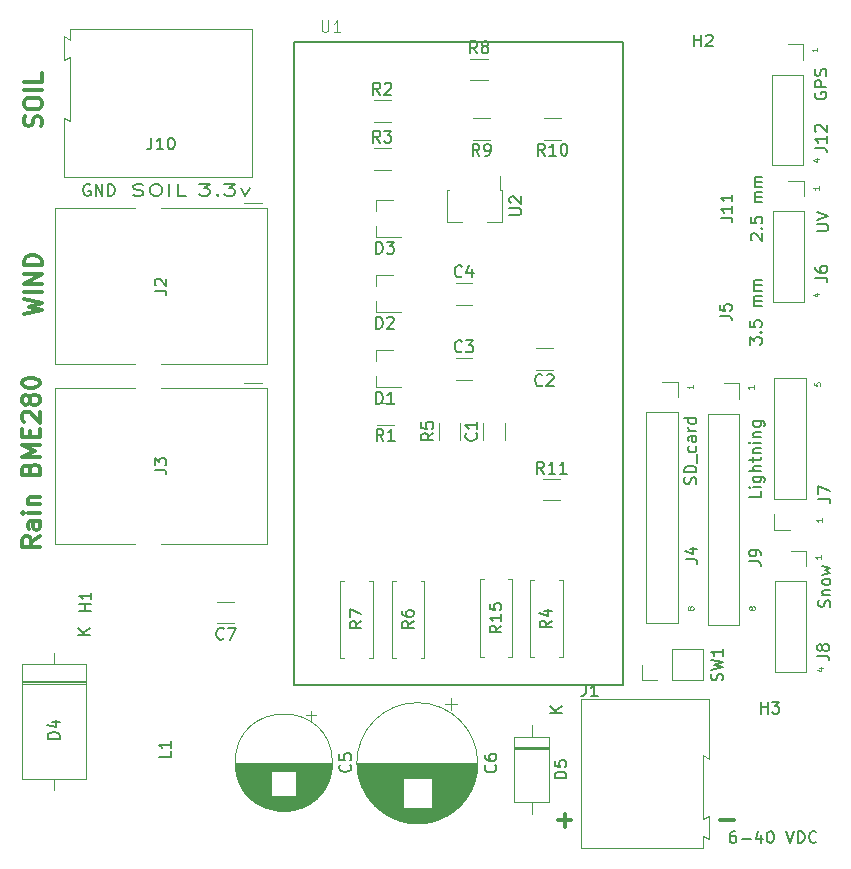
<source format=gbr>
%TF.GenerationSoftware,KiCad,Pcbnew,(5.1.12-1-10_14)*%
%TF.CreationDate,2021-12-21T21:30:39-06:00*%
%TF.ProjectId,Weather,57656174-6865-4722-9e6b-696361645f70,rev?*%
%TF.SameCoordinates,Original*%
%TF.FileFunction,Legend,Top*%
%TF.FilePolarity,Positive*%
%FSLAX46Y46*%
G04 Gerber Fmt 4.6, Leading zero omitted, Abs format (unit mm)*
G04 Created by KiCad (PCBNEW (5.1.12-1-10_14)) date 2021-12-21 21:30:39*
%MOMM*%
%LPD*%
G01*
G04 APERTURE LIST*
%ADD10C,0.050000*%
%ADD11C,0.150000*%
%ADD12C,0.300000*%
%ADD13C,0.120000*%
%ADD14C,0.127000*%
%ADD15C,0.100000*%
%ADD16C,0.015000*%
G04 APERTURE END LIST*
D10*
X173705057Y-119335561D02*
X174038390Y-119335561D01*
X173514580Y-119454609D02*
X173871723Y-119573657D01*
X173871723Y-119264133D01*
X173349457Y-87610961D02*
X173682790Y-87610961D01*
X173158980Y-87730009D02*
X173516123Y-87849057D01*
X173516123Y-87539533D01*
X173936790Y-106638742D02*
X173936790Y-106924457D01*
X173936790Y-106781600D02*
X173436790Y-106781600D01*
X173508219Y-106829219D01*
X173555838Y-106876838D01*
X173579647Y-106924457D01*
X163014790Y-95361142D02*
X163014790Y-95646857D01*
X163014790Y-95504000D02*
X162514790Y-95504000D01*
X162586219Y-95551619D01*
X162633838Y-95599238D01*
X162657647Y-95646857D01*
X168120190Y-95386542D02*
X168120190Y-95672257D01*
X168120190Y-95529400D02*
X167620190Y-95529400D01*
X167691619Y-95577019D01*
X167739238Y-95624638D01*
X167763047Y-95672257D01*
X173349457Y-76206361D02*
X173682790Y-76206361D01*
X173158980Y-76325409D02*
X173516123Y-76444457D01*
X173516123Y-76134933D01*
X173258990Y-95156352D02*
X173258990Y-95394447D01*
X173497085Y-95418257D01*
X173473276Y-95394447D01*
X173449466Y-95346828D01*
X173449466Y-95227780D01*
X173473276Y-95180161D01*
X173497085Y-95156352D01*
X173544704Y-95132542D01*
X173663752Y-95132542D01*
X173711371Y-95156352D01*
X173735180Y-95180161D01*
X173758990Y-95227780D01*
X173758990Y-95346828D01*
X173735180Y-95394447D01*
X173711371Y-95418257D01*
X162754476Y-114296819D02*
X162730666Y-114344438D01*
X162706857Y-114368247D01*
X162659238Y-114392057D01*
X162635428Y-114392057D01*
X162587809Y-114368247D01*
X162564000Y-114344438D01*
X162540190Y-114296819D01*
X162540190Y-114201580D01*
X162564000Y-114153961D01*
X162587809Y-114130152D01*
X162635428Y-114106342D01*
X162659238Y-114106342D01*
X162706857Y-114130152D01*
X162730666Y-114153961D01*
X162754476Y-114201580D01*
X162754476Y-114296819D01*
X162778285Y-114344438D01*
X162802095Y-114368247D01*
X162849714Y-114392057D01*
X162944952Y-114392057D01*
X162992571Y-114368247D01*
X163016380Y-114344438D01*
X163040190Y-114296819D01*
X163040190Y-114201580D01*
X163016380Y-114153961D01*
X162992571Y-114130152D01*
X162944952Y-114106342D01*
X162849714Y-114106342D01*
X162802095Y-114130152D01*
X162778285Y-114153961D01*
X162754476Y-114201580D01*
X173860590Y-109788342D02*
X173860590Y-110074057D01*
X173860590Y-109931200D02*
X173360590Y-109931200D01*
X173432019Y-109978819D01*
X173479638Y-110026438D01*
X173503447Y-110074057D01*
X173530390Y-66811542D02*
X173530390Y-67097257D01*
X173530390Y-66954400D02*
X173030390Y-66954400D01*
X173101819Y-67002019D01*
X173149438Y-67049638D01*
X173173247Y-67097257D01*
X167961476Y-114296819D02*
X167937666Y-114344438D01*
X167913857Y-114368247D01*
X167866238Y-114392057D01*
X167842428Y-114392057D01*
X167794809Y-114368247D01*
X167771000Y-114344438D01*
X167747190Y-114296819D01*
X167747190Y-114201580D01*
X167771000Y-114153961D01*
X167794809Y-114130152D01*
X167842428Y-114106342D01*
X167866238Y-114106342D01*
X167913857Y-114130152D01*
X167937666Y-114153961D01*
X167961476Y-114201580D01*
X167961476Y-114296819D01*
X167985285Y-114344438D01*
X168009095Y-114368247D01*
X168056714Y-114392057D01*
X168151952Y-114392057D01*
X168199571Y-114368247D01*
X168223380Y-114344438D01*
X168247190Y-114296819D01*
X168247190Y-114201580D01*
X168223380Y-114153961D01*
X168199571Y-114130152D01*
X168151952Y-114106342D01*
X168056714Y-114106342D01*
X168009095Y-114130152D01*
X167985285Y-114153961D01*
X167961476Y-114201580D01*
X173682790Y-78520942D02*
X173682790Y-78806657D01*
X173682790Y-78663800D02*
X173182790Y-78663800D01*
X173254219Y-78711419D01*
X173301838Y-78759038D01*
X173325647Y-78806657D01*
D11*
X121174142Y-78319380D02*
X122102714Y-78319380D01*
X121602714Y-78700333D01*
X121817000Y-78700333D01*
X121959857Y-78747952D01*
X122031285Y-78795571D01*
X122102714Y-78890809D01*
X122102714Y-79128904D01*
X122031285Y-79224142D01*
X121959857Y-79271761D01*
X121817000Y-79319380D01*
X121388428Y-79319380D01*
X121245571Y-79271761D01*
X121174142Y-79224142D01*
X122745571Y-79224142D02*
X122817000Y-79271761D01*
X122745571Y-79319380D01*
X122674142Y-79271761D01*
X122745571Y-79224142D01*
X122745571Y-79319380D01*
X123317000Y-78319380D02*
X124245571Y-78319380D01*
X123745571Y-78700333D01*
X123959857Y-78700333D01*
X124102714Y-78747952D01*
X124174142Y-78795571D01*
X124245571Y-78890809D01*
X124245571Y-79128904D01*
X124174142Y-79224142D01*
X124102714Y-79271761D01*
X123959857Y-79319380D01*
X123531285Y-79319380D01*
X123388428Y-79271761D01*
X123317000Y-79224142D01*
X124745571Y-78652714D02*
X125102714Y-79319380D01*
X125459857Y-78652714D01*
X115601228Y-79297161D02*
X115815514Y-79344780D01*
X116172657Y-79344780D01*
X116315514Y-79297161D01*
X116386942Y-79249542D01*
X116458371Y-79154304D01*
X116458371Y-79059066D01*
X116386942Y-78963828D01*
X116315514Y-78916209D01*
X116172657Y-78868590D01*
X115886942Y-78820971D01*
X115744085Y-78773352D01*
X115672657Y-78725733D01*
X115601228Y-78630495D01*
X115601228Y-78535257D01*
X115672657Y-78440019D01*
X115744085Y-78392400D01*
X115886942Y-78344780D01*
X116244085Y-78344780D01*
X116458371Y-78392400D01*
X117386942Y-78344780D02*
X117672657Y-78344780D01*
X117815514Y-78392400D01*
X117958371Y-78487638D01*
X118029800Y-78678114D01*
X118029800Y-79011447D01*
X117958371Y-79201923D01*
X117815514Y-79297161D01*
X117672657Y-79344780D01*
X117386942Y-79344780D01*
X117244085Y-79297161D01*
X117101228Y-79201923D01*
X117029800Y-79011447D01*
X117029800Y-78678114D01*
X117101228Y-78487638D01*
X117244085Y-78392400D01*
X117386942Y-78344780D01*
X118672657Y-79344780D02*
X118672657Y-78344780D01*
X120101228Y-79344780D02*
X119386942Y-79344780D01*
X119386942Y-78344780D01*
X111937895Y-78392400D02*
X111842657Y-78344780D01*
X111699800Y-78344780D01*
X111556942Y-78392400D01*
X111461704Y-78487638D01*
X111414085Y-78582876D01*
X111366466Y-78773352D01*
X111366466Y-78916209D01*
X111414085Y-79106685D01*
X111461704Y-79201923D01*
X111556942Y-79297161D01*
X111699800Y-79344780D01*
X111795038Y-79344780D01*
X111937895Y-79297161D01*
X111985514Y-79249542D01*
X111985514Y-78916209D01*
X111795038Y-78916209D01*
X112414085Y-79344780D02*
X112414085Y-78344780D01*
X112985514Y-79344780D01*
X112985514Y-78344780D01*
X113461704Y-79344780D02*
X113461704Y-78344780D01*
X113699800Y-78344780D01*
X113842657Y-78392400D01*
X113937895Y-78487638D01*
X113985514Y-78582876D01*
X114033133Y-78773352D01*
X114033133Y-78916209D01*
X113985514Y-79106685D01*
X113937895Y-79201923D01*
X113842657Y-79297161D01*
X113699800Y-79344780D01*
X113461704Y-79344780D01*
D12*
X107795142Y-73450971D02*
X107866571Y-73236685D01*
X107866571Y-72879542D01*
X107795142Y-72736685D01*
X107723714Y-72665257D01*
X107580857Y-72593828D01*
X107438000Y-72593828D01*
X107295142Y-72665257D01*
X107223714Y-72736685D01*
X107152285Y-72879542D01*
X107080857Y-73165257D01*
X107009428Y-73308114D01*
X106938000Y-73379542D01*
X106795142Y-73450971D01*
X106652285Y-73450971D01*
X106509428Y-73379542D01*
X106438000Y-73308114D01*
X106366571Y-73165257D01*
X106366571Y-72808114D01*
X106438000Y-72593828D01*
X106366571Y-71665257D02*
X106366571Y-71379542D01*
X106438000Y-71236685D01*
X106580857Y-71093828D01*
X106866571Y-71022400D01*
X107366571Y-71022400D01*
X107652285Y-71093828D01*
X107795142Y-71236685D01*
X107866571Y-71379542D01*
X107866571Y-71665257D01*
X107795142Y-71808114D01*
X107652285Y-71950971D01*
X107366571Y-72022400D01*
X106866571Y-72022400D01*
X106580857Y-71950971D01*
X106438000Y-71808114D01*
X106366571Y-71665257D01*
X107866571Y-70379542D02*
X106366571Y-70379542D01*
X107866571Y-68950971D02*
X107866571Y-69665257D01*
X106366571Y-69665257D01*
X106341171Y-89378314D02*
X107841171Y-89021171D01*
X106769742Y-88735457D01*
X107841171Y-88449742D01*
X106341171Y-88092600D01*
X107841171Y-87521171D02*
X106341171Y-87521171D01*
X107841171Y-86806885D02*
X106341171Y-86806885D01*
X107841171Y-85949742D01*
X106341171Y-85949742D01*
X107841171Y-85235457D02*
X106341171Y-85235457D01*
X106341171Y-84878314D01*
X106412600Y-84664028D01*
X106555457Y-84521171D01*
X106698314Y-84449742D01*
X106984028Y-84378314D01*
X107198314Y-84378314D01*
X107484028Y-84449742D01*
X107626885Y-84521171D01*
X107769742Y-84664028D01*
X107841171Y-84878314D01*
X107841171Y-85235457D01*
X107688771Y-108180200D02*
X106974485Y-108680200D01*
X107688771Y-109037342D02*
X106188771Y-109037342D01*
X106188771Y-108465914D01*
X106260200Y-108323057D01*
X106331628Y-108251628D01*
X106474485Y-108180200D01*
X106688771Y-108180200D01*
X106831628Y-108251628D01*
X106903057Y-108323057D01*
X106974485Y-108465914D01*
X106974485Y-109037342D01*
X107688771Y-106894485D02*
X106903057Y-106894485D01*
X106760200Y-106965914D01*
X106688771Y-107108771D01*
X106688771Y-107394485D01*
X106760200Y-107537342D01*
X107617342Y-106894485D02*
X107688771Y-107037342D01*
X107688771Y-107394485D01*
X107617342Y-107537342D01*
X107474485Y-107608771D01*
X107331628Y-107608771D01*
X107188771Y-107537342D01*
X107117342Y-107394485D01*
X107117342Y-107037342D01*
X107045914Y-106894485D01*
X107688771Y-106180200D02*
X106688771Y-106180200D01*
X106188771Y-106180200D02*
X106260200Y-106251628D01*
X106331628Y-106180200D01*
X106260200Y-106108771D01*
X106188771Y-106180200D01*
X106331628Y-106180200D01*
X106688771Y-105465914D02*
X107688771Y-105465914D01*
X106831628Y-105465914D02*
X106760200Y-105394485D01*
X106688771Y-105251628D01*
X106688771Y-105037342D01*
X106760200Y-104894485D01*
X106903057Y-104823057D01*
X107688771Y-104823057D01*
X106903057Y-102465914D02*
X106974485Y-102251628D01*
X107045914Y-102180200D01*
X107188771Y-102108771D01*
X107403057Y-102108771D01*
X107545914Y-102180200D01*
X107617342Y-102251628D01*
X107688771Y-102394485D01*
X107688771Y-102965914D01*
X106188771Y-102965914D01*
X106188771Y-102465914D01*
X106260200Y-102323057D01*
X106331628Y-102251628D01*
X106474485Y-102180200D01*
X106617342Y-102180200D01*
X106760200Y-102251628D01*
X106831628Y-102323057D01*
X106903057Y-102465914D01*
X106903057Y-102965914D01*
X107688771Y-101465914D02*
X106188771Y-101465914D01*
X107260200Y-100965914D01*
X106188771Y-100465914D01*
X107688771Y-100465914D01*
X106903057Y-99751628D02*
X106903057Y-99251628D01*
X107688771Y-99037342D02*
X107688771Y-99751628D01*
X106188771Y-99751628D01*
X106188771Y-99037342D01*
X106331628Y-98465914D02*
X106260200Y-98394485D01*
X106188771Y-98251628D01*
X106188771Y-97894485D01*
X106260200Y-97751628D01*
X106331628Y-97680200D01*
X106474485Y-97608771D01*
X106617342Y-97608771D01*
X106831628Y-97680200D01*
X107688771Y-98537342D01*
X107688771Y-97608771D01*
X106831628Y-96751628D02*
X106760200Y-96894485D01*
X106688771Y-96965914D01*
X106545914Y-97037342D01*
X106474485Y-97037342D01*
X106331628Y-96965914D01*
X106260200Y-96894485D01*
X106188771Y-96751628D01*
X106188771Y-96465914D01*
X106260200Y-96323057D01*
X106331628Y-96251628D01*
X106474485Y-96180200D01*
X106545914Y-96180200D01*
X106688771Y-96251628D01*
X106760200Y-96323057D01*
X106831628Y-96465914D01*
X106831628Y-96751628D01*
X106903057Y-96894485D01*
X106974485Y-96965914D01*
X107117342Y-97037342D01*
X107403057Y-97037342D01*
X107545914Y-96965914D01*
X107617342Y-96894485D01*
X107688771Y-96751628D01*
X107688771Y-96465914D01*
X107617342Y-96323057D01*
X107545914Y-96251628D01*
X107403057Y-96180200D01*
X107117342Y-96180200D01*
X106974485Y-96251628D01*
X106903057Y-96323057D01*
X106831628Y-96465914D01*
X106188771Y-95251628D02*
X106188771Y-95108771D01*
X106260200Y-94965914D01*
X106331628Y-94894485D01*
X106474485Y-94823057D01*
X106760200Y-94751628D01*
X107117342Y-94751628D01*
X107403057Y-94823057D01*
X107545914Y-94894485D01*
X107617342Y-94965914D01*
X107688771Y-95108771D01*
X107688771Y-95251628D01*
X107617342Y-95394485D01*
X107545914Y-95465914D01*
X107403057Y-95537342D01*
X107117342Y-95608771D01*
X106760200Y-95608771D01*
X106474485Y-95537342D01*
X106331628Y-95465914D01*
X106260200Y-95394485D01*
X106188771Y-95251628D01*
X166433428Y-132150657D02*
X165290571Y-132150657D01*
X152126142Y-132778428D02*
X152126142Y-131635571D01*
X152697571Y-132207000D02*
X151554714Y-132207000D01*
D13*
%TO.C,R15*%
X145264000Y-118357400D02*
X144934000Y-118357400D01*
X144934000Y-118357400D02*
X144934000Y-111817400D01*
X144934000Y-111817400D02*
X145264000Y-111817400D01*
X147344000Y-118357400D02*
X147674000Y-118357400D01*
X147674000Y-118357400D02*
X147674000Y-111817400D01*
X147674000Y-111817400D02*
X147344000Y-111817400D01*
%TO.C,R4*%
X149556600Y-118408200D02*
X149226600Y-118408200D01*
X149226600Y-118408200D02*
X149226600Y-111868200D01*
X149226600Y-111868200D02*
X149556600Y-111868200D01*
X151636600Y-118408200D02*
X151966600Y-118408200D01*
X151966600Y-118408200D02*
X151966600Y-111868200D01*
X151966600Y-111868200D02*
X151636600Y-111868200D01*
D14*
%TO.C,U1*%
X157100001Y-120715001D02*
X129200001Y-120715001D01*
X157100001Y-66315001D02*
X157100001Y-120715001D01*
X129200001Y-66315001D02*
X157100001Y-66315001D01*
X129200001Y-120715001D02*
X129200001Y-66315001D01*
D13*
%TO.C,SW1*%
X163839200Y-120354400D02*
X163839200Y-117694400D01*
X161239200Y-120354400D02*
X163839200Y-120354400D01*
X161239200Y-117694400D02*
X163839200Y-117694400D01*
X161239200Y-120354400D02*
X161239200Y-117694400D01*
X159969200Y-120354400D02*
X158639200Y-120354400D01*
X158639200Y-120354400D02*
X158639200Y-119024400D01*
%TO.C,J12*%
X169688200Y-69088000D02*
X172348200Y-69088000D01*
X169688200Y-69088000D02*
X169688200Y-76768000D01*
X169688200Y-76768000D02*
X172348200Y-76768000D01*
X172348200Y-69088000D02*
X172348200Y-76768000D01*
X172348200Y-66488000D02*
X172348200Y-67818000D01*
X171018200Y-66488000D02*
X172348200Y-66488000D01*
%TO.C,J9*%
X164252600Y-97815400D02*
X166912600Y-97815400D01*
X164252600Y-97815400D02*
X164252600Y-115655400D01*
X164252600Y-115655400D02*
X166912600Y-115655400D01*
X166912600Y-97815400D02*
X166912600Y-115655400D01*
X166912600Y-95215400D02*
X166912600Y-96545400D01*
X165582600Y-95215400D02*
X166912600Y-95215400D01*
%TO.C,J8*%
X169942200Y-111988600D02*
X172602200Y-111988600D01*
X169942200Y-111988600D02*
X169942200Y-119668600D01*
X169942200Y-119668600D02*
X172602200Y-119668600D01*
X172602200Y-111988600D02*
X172602200Y-119668600D01*
X172602200Y-109388600D02*
X172602200Y-110718600D01*
X171272200Y-109388600D02*
X172602200Y-109388600D01*
%TO.C,J7*%
X172551400Y-105003600D02*
X169891400Y-105003600D01*
X172551400Y-105003600D02*
X172551400Y-94783600D01*
X172551400Y-94783600D02*
X169891400Y-94783600D01*
X169891400Y-105003600D02*
X169891400Y-94783600D01*
X169891400Y-107603600D02*
X169891400Y-106273600D01*
X171221400Y-107603600D02*
X169891400Y-107603600D01*
%TO.C,J6*%
X169739000Y-80645000D02*
X172399000Y-80645000D01*
X169739000Y-80645000D02*
X169739000Y-88325000D01*
X169739000Y-88325000D02*
X172399000Y-88325000D01*
X172399000Y-80645000D02*
X172399000Y-88325000D01*
X172399000Y-78045000D02*
X172399000Y-79375000D01*
X171069000Y-78045000D02*
X172399000Y-78045000D01*
%TO.C,J4*%
X159045600Y-97663000D02*
X161705600Y-97663000D01*
X159045600Y-97663000D02*
X159045600Y-115503000D01*
X159045600Y-115503000D02*
X161705600Y-115503000D01*
X161705600Y-97663000D02*
X161705600Y-115503000D01*
X161705600Y-95063000D02*
X161705600Y-96393000D01*
X160375600Y-95063000D02*
X161705600Y-95063000D01*
%TO.C,J1*%
X164384600Y-121919200D02*
X153534600Y-121919200D01*
X164384600Y-127019200D02*
X164384600Y-121919200D01*
X163884600Y-126719200D02*
X164384600Y-127019200D01*
X163884600Y-132119200D02*
X163884600Y-126719200D01*
X164384600Y-131869200D02*
X163884600Y-132119200D01*
X164384600Y-131919200D02*
X164384600Y-131869200D01*
X164384600Y-133819200D02*
X164384600Y-131919200D01*
X163884600Y-133569200D02*
X164384600Y-133819200D01*
X163884600Y-134519200D02*
X163884600Y-133569200D01*
X153534600Y-134519200D02*
X163884600Y-134519200D01*
X153534600Y-121919200D02*
X153534600Y-134519200D01*
%TO.C,C6*%
X144769200Y-127366400D02*
G75*
G03*
X144769200Y-127366400I-5120000J0D01*
G01*
X144729200Y-127366400D02*
X134569200Y-127366400D01*
X144729200Y-127406400D02*
X134569200Y-127406400D01*
X144729200Y-127446400D02*
X134569200Y-127446400D01*
X144728200Y-127486400D02*
X134570200Y-127486400D01*
X144727200Y-127526400D02*
X134571200Y-127526400D01*
X144726200Y-127566400D02*
X134572200Y-127566400D01*
X144724200Y-127606400D02*
X134574200Y-127606400D01*
X144722200Y-127646400D02*
X134576200Y-127646400D01*
X144719200Y-127686400D02*
X134579200Y-127686400D01*
X144717200Y-127726400D02*
X134581200Y-127726400D01*
X144714200Y-127766400D02*
X134584200Y-127766400D01*
X144711200Y-127806400D02*
X134587200Y-127806400D01*
X144707200Y-127846400D02*
X134591200Y-127846400D01*
X144703200Y-127886400D02*
X134595200Y-127886400D01*
X144699200Y-127926400D02*
X134599200Y-127926400D01*
X144694200Y-127966400D02*
X134604200Y-127966400D01*
X144689200Y-128006400D02*
X134609200Y-128006400D01*
X144684200Y-128046400D02*
X134614200Y-128046400D01*
X144679200Y-128087400D02*
X134619200Y-128087400D01*
X144673200Y-128127400D02*
X134625200Y-128127400D01*
X144667200Y-128167400D02*
X134631200Y-128167400D01*
X144660200Y-128207400D02*
X134638200Y-128207400D01*
X144653200Y-128247400D02*
X134645200Y-128247400D01*
X144646200Y-128287400D02*
X134652200Y-128287400D01*
X144639200Y-128327400D02*
X134659200Y-128327400D01*
X144631200Y-128367400D02*
X134667200Y-128367400D01*
X144623200Y-128407400D02*
X134675200Y-128407400D01*
X144614200Y-128447400D02*
X134684200Y-128447400D01*
X144605200Y-128487400D02*
X134693200Y-128487400D01*
X144596200Y-128527400D02*
X134702200Y-128527400D01*
X144587200Y-128567400D02*
X134711200Y-128567400D01*
X144577200Y-128607400D02*
X134721200Y-128607400D01*
X144567200Y-128647400D02*
X140890200Y-128647400D01*
X138408200Y-128647400D02*
X134731200Y-128647400D01*
X144556200Y-128687400D02*
X140890200Y-128687400D01*
X138408200Y-128687400D02*
X134742200Y-128687400D01*
X144546200Y-128727400D02*
X140890200Y-128727400D01*
X138408200Y-128727400D02*
X134752200Y-128727400D01*
X144534200Y-128767400D02*
X140890200Y-128767400D01*
X138408200Y-128767400D02*
X134764200Y-128767400D01*
X144523200Y-128807400D02*
X140890200Y-128807400D01*
X138408200Y-128807400D02*
X134775200Y-128807400D01*
X144511200Y-128847400D02*
X140890200Y-128847400D01*
X138408200Y-128847400D02*
X134787200Y-128847400D01*
X144499200Y-128887400D02*
X140890200Y-128887400D01*
X138408200Y-128887400D02*
X134799200Y-128887400D01*
X144486200Y-128927400D02*
X140890200Y-128927400D01*
X138408200Y-128927400D02*
X134812200Y-128927400D01*
X144473200Y-128967400D02*
X140890200Y-128967400D01*
X138408200Y-128967400D02*
X134825200Y-128967400D01*
X144460200Y-129007400D02*
X140890200Y-129007400D01*
X138408200Y-129007400D02*
X134838200Y-129007400D01*
X144446200Y-129047400D02*
X140890200Y-129047400D01*
X138408200Y-129047400D02*
X134852200Y-129047400D01*
X144432200Y-129087400D02*
X140890200Y-129087400D01*
X138408200Y-129087400D02*
X134866200Y-129087400D01*
X144417200Y-129127400D02*
X140890200Y-129127400D01*
X138408200Y-129127400D02*
X134881200Y-129127400D01*
X144403200Y-129167400D02*
X140890200Y-129167400D01*
X138408200Y-129167400D02*
X134895200Y-129167400D01*
X144387200Y-129207400D02*
X140890200Y-129207400D01*
X138408200Y-129207400D02*
X134911200Y-129207400D01*
X144372200Y-129247400D02*
X140890200Y-129247400D01*
X138408200Y-129247400D02*
X134926200Y-129247400D01*
X144356200Y-129287400D02*
X140890200Y-129287400D01*
X138408200Y-129287400D02*
X134942200Y-129287400D01*
X144339200Y-129327400D02*
X140890200Y-129327400D01*
X138408200Y-129327400D02*
X134959200Y-129327400D01*
X144323200Y-129367400D02*
X140890200Y-129367400D01*
X138408200Y-129367400D02*
X134975200Y-129367400D01*
X144306200Y-129407400D02*
X140890200Y-129407400D01*
X138408200Y-129407400D02*
X134992200Y-129407400D01*
X144288200Y-129447400D02*
X140890200Y-129447400D01*
X138408200Y-129447400D02*
X135010200Y-129447400D01*
X144270200Y-129487400D02*
X140890200Y-129487400D01*
X138408200Y-129487400D02*
X135028200Y-129487400D01*
X144252200Y-129527400D02*
X140890200Y-129527400D01*
X138408200Y-129527400D02*
X135046200Y-129527400D01*
X144233200Y-129567400D02*
X140890200Y-129567400D01*
X138408200Y-129567400D02*
X135065200Y-129567400D01*
X144213200Y-129607400D02*
X140890200Y-129607400D01*
X138408200Y-129607400D02*
X135085200Y-129607400D01*
X144194200Y-129647400D02*
X140890200Y-129647400D01*
X138408200Y-129647400D02*
X135104200Y-129647400D01*
X144174200Y-129687400D02*
X140890200Y-129687400D01*
X138408200Y-129687400D02*
X135124200Y-129687400D01*
X144153200Y-129727400D02*
X140890200Y-129727400D01*
X138408200Y-129727400D02*
X135145200Y-129727400D01*
X144132200Y-129767400D02*
X140890200Y-129767400D01*
X138408200Y-129767400D02*
X135166200Y-129767400D01*
X144111200Y-129807400D02*
X140890200Y-129807400D01*
X138408200Y-129807400D02*
X135187200Y-129807400D01*
X144089200Y-129847400D02*
X140890200Y-129847400D01*
X138408200Y-129847400D02*
X135209200Y-129847400D01*
X144066200Y-129887400D02*
X140890200Y-129887400D01*
X138408200Y-129887400D02*
X135232200Y-129887400D01*
X144044200Y-129927400D02*
X140890200Y-129927400D01*
X138408200Y-129927400D02*
X135254200Y-129927400D01*
X144020200Y-129967400D02*
X140890200Y-129967400D01*
X138408200Y-129967400D02*
X135278200Y-129967400D01*
X143996200Y-130007400D02*
X140890200Y-130007400D01*
X138408200Y-130007400D02*
X135302200Y-130007400D01*
X143972200Y-130047400D02*
X140890200Y-130047400D01*
X138408200Y-130047400D02*
X135326200Y-130047400D01*
X143947200Y-130087400D02*
X140890200Y-130087400D01*
X138408200Y-130087400D02*
X135351200Y-130087400D01*
X143922200Y-130127400D02*
X140890200Y-130127400D01*
X138408200Y-130127400D02*
X135376200Y-130127400D01*
X143896200Y-130167400D02*
X140890200Y-130167400D01*
X138408200Y-130167400D02*
X135402200Y-130167400D01*
X143870200Y-130207400D02*
X140890200Y-130207400D01*
X138408200Y-130207400D02*
X135428200Y-130207400D01*
X143843200Y-130247400D02*
X140890200Y-130247400D01*
X138408200Y-130247400D02*
X135455200Y-130247400D01*
X143815200Y-130287400D02*
X140890200Y-130287400D01*
X138408200Y-130287400D02*
X135483200Y-130287400D01*
X143787200Y-130327400D02*
X140890200Y-130327400D01*
X138408200Y-130327400D02*
X135511200Y-130327400D01*
X143759200Y-130367400D02*
X140890200Y-130367400D01*
X138408200Y-130367400D02*
X135539200Y-130367400D01*
X143729200Y-130407400D02*
X140890200Y-130407400D01*
X138408200Y-130407400D02*
X135569200Y-130407400D01*
X143699200Y-130447400D02*
X140890200Y-130447400D01*
X138408200Y-130447400D02*
X135599200Y-130447400D01*
X143669200Y-130487400D02*
X140890200Y-130487400D01*
X138408200Y-130487400D02*
X135629200Y-130487400D01*
X143638200Y-130527400D02*
X140890200Y-130527400D01*
X138408200Y-130527400D02*
X135660200Y-130527400D01*
X143606200Y-130567400D02*
X140890200Y-130567400D01*
X138408200Y-130567400D02*
X135692200Y-130567400D01*
X143574200Y-130607400D02*
X140890200Y-130607400D01*
X138408200Y-130607400D02*
X135724200Y-130607400D01*
X143541200Y-130647400D02*
X140890200Y-130647400D01*
X138408200Y-130647400D02*
X135757200Y-130647400D01*
X143507200Y-130687400D02*
X140890200Y-130687400D01*
X138408200Y-130687400D02*
X135791200Y-130687400D01*
X143473200Y-130727400D02*
X140890200Y-130727400D01*
X138408200Y-130727400D02*
X135825200Y-130727400D01*
X143438200Y-130767400D02*
X140890200Y-130767400D01*
X138408200Y-130767400D02*
X135860200Y-130767400D01*
X143402200Y-130807400D02*
X140890200Y-130807400D01*
X138408200Y-130807400D02*
X135896200Y-130807400D01*
X143365200Y-130847400D02*
X140890200Y-130847400D01*
X138408200Y-130847400D02*
X135933200Y-130847400D01*
X143328200Y-130887400D02*
X140890200Y-130887400D01*
X138408200Y-130887400D02*
X135970200Y-130887400D01*
X143289200Y-130927400D02*
X140890200Y-130927400D01*
X138408200Y-130927400D02*
X136009200Y-130927400D01*
X143250200Y-130967400D02*
X140890200Y-130967400D01*
X138408200Y-130967400D02*
X136048200Y-130967400D01*
X143210200Y-131007400D02*
X140890200Y-131007400D01*
X138408200Y-131007400D02*
X136088200Y-131007400D01*
X143169200Y-131047400D02*
X140890200Y-131047400D01*
X138408200Y-131047400D02*
X136129200Y-131047400D01*
X143127200Y-131087400D02*
X140890200Y-131087400D01*
X138408200Y-131087400D02*
X136171200Y-131087400D01*
X143085200Y-131127400D02*
X136213200Y-131127400D01*
X143041200Y-131167400D02*
X136257200Y-131167400D01*
X142996200Y-131207400D02*
X136302200Y-131207400D01*
X142950200Y-131247400D02*
X136348200Y-131247400D01*
X142903200Y-131287400D02*
X136395200Y-131287400D01*
X142855200Y-131327400D02*
X136443200Y-131327400D01*
X142805200Y-131367400D02*
X136493200Y-131367400D01*
X142755200Y-131407400D02*
X136543200Y-131407400D01*
X142703200Y-131447400D02*
X136595200Y-131447400D01*
X142649200Y-131487400D02*
X136649200Y-131487400D01*
X142594200Y-131527400D02*
X136704200Y-131527400D01*
X142538200Y-131567400D02*
X136760200Y-131567400D01*
X142479200Y-131607400D02*
X136819200Y-131607400D01*
X142419200Y-131647400D02*
X136879200Y-131647400D01*
X142358200Y-131687400D02*
X136940200Y-131687400D01*
X142294200Y-131727400D02*
X137004200Y-131727400D01*
X142228200Y-131767400D02*
X137070200Y-131767400D01*
X142159200Y-131807400D02*
X137139200Y-131807400D01*
X142088200Y-131847400D02*
X137210200Y-131847400D01*
X142014200Y-131887400D02*
X137284200Y-131887400D01*
X141938200Y-131927400D02*
X137360200Y-131927400D01*
X141858200Y-131967400D02*
X137440200Y-131967400D01*
X141774200Y-132007400D02*
X137524200Y-132007400D01*
X141686200Y-132047400D02*
X137612200Y-132047400D01*
X141593200Y-132087400D02*
X137705200Y-132087400D01*
X141495200Y-132127400D02*
X137803200Y-132127400D01*
X141391200Y-132167400D02*
X137907200Y-132167400D01*
X141279200Y-132207400D02*
X138019200Y-132207400D01*
X141159200Y-132247400D02*
X138139200Y-132247400D01*
X141027200Y-132287400D02*
X138271200Y-132287400D01*
X140879200Y-132327400D02*
X138419200Y-132327400D01*
X140711200Y-132367400D02*
X138587200Y-132367400D01*
X140511200Y-132407400D02*
X138787200Y-132407400D01*
X140248200Y-132447400D02*
X139050200Y-132447400D01*
X142524200Y-121886754D02*
X142524200Y-122886754D01*
X143024200Y-122386754D02*
X142024200Y-122386754D01*
%TO.C,D5*%
X150822000Y-125194400D02*
X147882000Y-125194400D01*
X147882000Y-125194400D02*
X147882000Y-130634400D01*
X147882000Y-130634400D02*
X150822000Y-130634400D01*
X150822000Y-130634400D02*
X150822000Y-125194400D01*
X149352000Y-124174400D02*
X149352000Y-125194400D01*
X149352000Y-131654400D02*
X149352000Y-130634400D01*
X150822000Y-126094400D02*
X147882000Y-126094400D01*
X150822000Y-126214400D02*
X147882000Y-126214400D01*
X150822000Y-125974400D02*
X147882000Y-125974400D01*
%TO.C,C4*%
X142888048Y-88540000D02*
X144310552Y-88540000D01*
X142888048Y-86720000D02*
X144310552Y-86720000D01*
%TO.C,C3*%
X142888048Y-94890000D02*
X144310552Y-94890000D01*
X142888048Y-93070000D02*
X144310552Y-93070000D01*
%TO.C,C2*%
X151117752Y-92231800D02*
X149695248Y-92231800D01*
X151117752Y-94051800D02*
X149695248Y-94051800D01*
%TO.C,D4*%
X111609800Y-120405400D02*
X106169800Y-120405400D01*
X111609800Y-120645400D02*
X106169800Y-120645400D01*
X111609800Y-120525400D02*
X106169800Y-120525400D01*
X108889800Y-129630400D02*
X108889800Y-128720400D01*
X108889800Y-118070400D02*
X108889800Y-118980400D01*
X111609800Y-128720400D02*
X111609800Y-118980400D01*
X106169800Y-128720400D02*
X111609800Y-128720400D01*
X106169800Y-118980400D02*
X106169800Y-128720400D01*
X111609800Y-118980400D02*
X106169800Y-118980400D01*
%TO.C,C7*%
X124142152Y-113694800D02*
X122719648Y-113694800D01*
X124142152Y-115514800D02*
X122719648Y-115514800D01*
%TO.C,C5*%
X131061200Y-123317902D02*
X130261200Y-123317902D01*
X130661200Y-122917902D02*
X130661200Y-123717902D01*
X128879200Y-131408600D02*
X127813200Y-131408600D01*
X129114200Y-131368600D02*
X127578200Y-131368600D01*
X129294200Y-131328600D02*
X127398200Y-131328600D01*
X129444200Y-131288600D02*
X127248200Y-131288600D01*
X129575200Y-131248600D02*
X127117200Y-131248600D01*
X129692200Y-131208600D02*
X127000200Y-131208600D01*
X129799200Y-131168600D02*
X126893200Y-131168600D01*
X129898200Y-131128600D02*
X126794200Y-131128600D01*
X129991200Y-131088600D02*
X126701200Y-131088600D01*
X130077200Y-131048600D02*
X126615200Y-131048600D01*
X130159200Y-131008600D02*
X126533200Y-131008600D01*
X130236200Y-130968600D02*
X126456200Y-130968600D01*
X130310200Y-130928600D02*
X126382200Y-130928600D01*
X130380200Y-130888600D02*
X126312200Y-130888600D01*
X130448200Y-130848600D02*
X126244200Y-130848600D01*
X130512200Y-130808600D02*
X126180200Y-130808600D01*
X130574200Y-130768600D02*
X126118200Y-130768600D01*
X130633200Y-130728600D02*
X126059200Y-130728600D01*
X130691200Y-130688600D02*
X126001200Y-130688600D01*
X130746200Y-130648600D02*
X125946200Y-130648600D01*
X130800200Y-130608600D02*
X125892200Y-130608600D01*
X130851200Y-130568600D02*
X125841200Y-130568600D01*
X130902200Y-130528600D02*
X125790200Y-130528600D01*
X130950200Y-130488600D02*
X125742200Y-130488600D01*
X130997200Y-130448600D02*
X125695200Y-130448600D01*
X131043200Y-130408600D02*
X125649200Y-130408600D01*
X131087200Y-130368600D02*
X125605200Y-130368600D01*
X131130200Y-130328600D02*
X125562200Y-130328600D01*
X131172200Y-130288600D02*
X125520200Y-130288600D01*
X131213200Y-130248600D02*
X125479200Y-130248600D01*
X131253200Y-130208600D02*
X125439200Y-130208600D01*
X131291200Y-130168600D02*
X125401200Y-130168600D01*
X131329200Y-130128600D02*
X125363200Y-130128600D01*
X127306200Y-130088600D02*
X125327200Y-130088600D01*
X131365200Y-130088600D02*
X129386200Y-130088600D01*
X127306200Y-130048600D02*
X125291200Y-130048600D01*
X131401200Y-130048600D02*
X129386200Y-130048600D01*
X127306200Y-130008600D02*
X125256200Y-130008600D01*
X131436200Y-130008600D02*
X129386200Y-130008600D01*
X127306200Y-129968600D02*
X125222200Y-129968600D01*
X131470200Y-129968600D02*
X129386200Y-129968600D01*
X127306200Y-129928600D02*
X125190200Y-129928600D01*
X131502200Y-129928600D02*
X129386200Y-129928600D01*
X127306200Y-129888600D02*
X125157200Y-129888600D01*
X131535200Y-129888600D02*
X129386200Y-129888600D01*
X127306200Y-129848600D02*
X125126200Y-129848600D01*
X131566200Y-129848600D02*
X129386200Y-129848600D01*
X127306200Y-129808600D02*
X125096200Y-129808600D01*
X131596200Y-129808600D02*
X129386200Y-129808600D01*
X127306200Y-129768600D02*
X125066200Y-129768600D01*
X131626200Y-129768600D02*
X129386200Y-129768600D01*
X127306200Y-129728600D02*
X125037200Y-129728600D01*
X131655200Y-129728600D02*
X129386200Y-129728600D01*
X127306200Y-129688600D02*
X125008200Y-129688600D01*
X131684200Y-129688600D02*
X129386200Y-129688600D01*
X127306200Y-129648600D02*
X124981200Y-129648600D01*
X131711200Y-129648600D02*
X129386200Y-129648600D01*
X127306200Y-129608600D02*
X124954200Y-129608600D01*
X131738200Y-129608600D02*
X129386200Y-129608600D01*
X127306200Y-129568600D02*
X124928200Y-129568600D01*
X131764200Y-129568600D02*
X129386200Y-129568600D01*
X127306200Y-129528600D02*
X124902200Y-129528600D01*
X131790200Y-129528600D02*
X129386200Y-129528600D01*
X127306200Y-129488600D02*
X124877200Y-129488600D01*
X131815200Y-129488600D02*
X129386200Y-129488600D01*
X127306200Y-129448600D02*
X124853200Y-129448600D01*
X131839200Y-129448600D02*
X129386200Y-129448600D01*
X127306200Y-129408600D02*
X124829200Y-129408600D01*
X131863200Y-129408600D02*
X129386200Y-129408600D01*
X127306200Y-129368600D02*
X124806200Y-129368600D01*
X131886200Y-129368600D02*
X129386200Y-129368600D01*
X127306200Y-129328600D02*
X124784200Y-129328600D01*
X131908200Y-129328600D02*
X129386200Y-129328600D01*
X127306200Y-129288600D02*
X124762200Y-129288600D01*
X131930200Y-129288600D02*
X129386200Y-129288600D01*
X127306200Y-129248600D02*
X124740200Y-129248600D01*
X131952200Y-129248600D02*
X129386200Y-129248600D01*
X127306200Y-129208600D02*
X124719200Y-129208600D01*
X131973200Y-129208600D02*
X129386200Y-129208600D01*
X127306200Y-129168600D02*
X124699200Y-129168600D01*
X131993200Y-129168600D02*
X129386200Y-129168600D01*
X127306200Y-129128600D02*
X124680200Y-129128600D01*
X132012200Y-129128600D02*
X129386200Y-129128600D01*
X127306200Y-129088600D02*
X124660200Y-129088600D01*
X132032200Y-129088600D02*
X129386200Y-129088600D01*
X127306200Y-129048600D02*
X124642200Y-129048600D01*
X132050200Y-129048600D02*
X129386200Y-129048600D01*
X127306200Y-129008600D02*
X124624200Y-129008600D01*
X132068200Y-129008600D02*
X129386200Y-129008600D01*
X127306200Y-128968600D02*
X124606200Y-128968600D01*
X132086200Y-128968600D02*
X129386200Y-128968600D01*
X127306200Y-128928600D02*
X124589200Y-128928600D01*
X132103200Y-128928600D02*
X129386200Y-128928600D01*
X127306200Y-128888600D02*
X124572200Y-128888600D01*
X132120200Y-128888600D02*
X129386200Y-128888600D01*
X127306200Y-128848600D02*
X124556200Y-128848600D01*
X132136200Y-128848600D02*
X129386200Y-128848600D01*
X127306200Y-128808600D02*
X124541200Y-128808600D01*
X132151200Y-128808600D02*
X129386200Y-128808600D01*
X127306200Y-128768600D02*
X124525200Y-128768600D01*
X132167200Y-128768600D02*
X129386200Y-128768600D01*
X127306200Y-128728600D02*
X124511200Y-128728600D01*
X132181200Y-128728600D02*
X129386200Y-128728600D01*
X127306200Y-128688600D02*
X124496200Y-128688600D01*
X132196200Y-128688600D02*
X129386200Y-128688600D01*
X127306200Y-128648600D02*
X124483200Y-128648600D01*
X132209200Y-128648600D02*
X129386200Y-128648600D01*
X127306200Y-128608600D02*
X124469200Y-128608600D01*
X132223200Y-128608600D02*
X129386200Y-128608600D01*
X127306200Y-128568600D02*
X124457200Y-128568600D01*
X132235200Y-128568600D02*
X129386200Y-128568600D01*
X127306200Y-128528600D02*
X124444200Y-128528600D01*
X132248200Y-128528600D02*
X129386200Y-128528600D01*
X127306200Y-128488600D02*
X124432200Y-128488600D01*
X132260200Y-128488600D02*
X129386200Y-128488600D01*
X127306200Y-128448600D02*
X124421200Y-128448600D01*
X132271200Y-128448600D02*
X129386200Y-128448600D01*
X127306200Y-128408600D02*
X124410200Y-128408600D01*
X132282200Y-128408600D02*
X129386200Y-128408600D01*
X127306200Y-128368600D02*
X124399200Y-128368600D01*
X132293200Y-128368600D02*
X129386200Y-128368600D01*
X127306200Y-128328600D02*
X124389200Y-128328600D01*
X132303200Y-128328600D02*
X129386200Y-128328600D01*
X127306200Y-128288600D02*
X124379200Y-128288600D01*
X132313200Y-128288600D02*
X129386200Y-128288600D01*
X127306200Y-128248600D02*
X124370200Y-128248600D01*
X132322200Y-128248600D02*
X129386200Y-128248600D01*
X127306200Y-128208600D02*
X124361200Y-128208600D01*
X132331200Y-128208600D02*
X129386200Y-128208600D01*
X127306200Y-128168600D02*
X124352200Y-128168600D01*
X132340200Y-128168600D02*
X129386200Y-128168600D01*
X127306200Y-128128600D02*
X124344200Y-128128600D01*
X132348200Y-128128600D02*
X129386200Y-128128600D01*
X127306200Y-128088600D02*
X124336200Y-128088600D01*
X132356200Y-128088600D02*
X129386200Y-128088600D01*
X127306200Y-128048600D02*
X124329200Y-128048600D01*
X132363200Y-128048600D02*
X129386200Y-128048600D01*
X132370200Y-128007600D02*
X124322200Y-128007600D01*
X132376200Y-127967600D02*
X124316200Y-127967600D01*
X132383200Y-127927600D02*
X124309200Y-127927600D01*
X132388200Y-127887600D02*
X124304200Y-127887600D01*
X132394200Y-127847600D02*
X124298200Y-127847600D01*
X132398200Y-127807600D02*
X124294200Y-127807600D01*
X132403200Y-127767600D02*
X124289200Y-127767600D01*
X132407200Y-127727600D02*
X124285200Y-127727600D01*
X132411200Y-127687600D02*
X124281200Y-127687600D01*
X132414200Y-127647600D02*
X124278200Y-127647600D01*
X132417200Y-127607600D02*
X124275200Y-127607600D01*
X132420200Y-127567600D02*
X124272200Y-127567600D01*
X132422200Y-127527600D02*
X124270200Y-127527600D01*
X132423200Y-127487600D02*
X124269200Y-127487600D01*
X132425200Y-127447600D02*
X124267200Y-127447600D01*
X132426200Y-127407600D02*
X124266200Y-127407600D01*
X132426200Y-127367600D02*
X124266200Y-127367600D01*
X132426200Y-127327600D02*
X124266200Y-127327600D01*
X132466200Y-127327600D02*
G75*
G03*
X132466200Y-127327600I-4120000J0D01*
G01*
%TO.C,C1*%
X147036200Y-99987552D02*
X147036200Y-98565048D01*
X145216200Y-99987552D02*
X145216200Y-98565048D01*
%TO.C,D1*%
X136130000Y-92400000D02*
X136130000Y-93330000D01*
X136130000Y-95560000D02*
X136130000Y-94630000D01*
X136130000Y-95560000D02*
X138290000Y-95560000D01*
X136130000Y-92400000D02*
X137590000Y-92400000D01*
%TO.C,D2*%
X136130000Y-86050000D02*
X137590000Y-86050000D01*
X136130000Y-89210000D02*
X138290000Y-89210000D01*
X136130000Y-89210000D02*
X136130000Y-88280000D01*
X136130000Y-86050000D02*
X136130000Y-86980000D01*
%TO.C,D3*%
X136130000Y-79700000D02*
X137590000Y-79700000D01*
X136130000Y-82860000D02*
X138290000Y-82860000D01*
X136130000Y-82860000D02*
X136130000Y-81930000D01*
X136130000Y-79700000D02*
X136130000Y-80630000D01*
%TO.C,J2*%
X126960000Y-80390000D02*
X126960000Y-93590000D01*
X126960000Y-93590000D02*
X117940000Y-93590000D01*
D15*
X109080000Y-93590000D02*
X108960000Y-93590000D01*
D13*
X108960000Y-93590000D02*
X115740000Y-93590000D01*
D15*
X108970000Y-93590000D02*
X108960000Y-93590000D01*
D13*
X108960000Y-93590000D02*
X108960000Y-80390000D01*
X108960000Y-80390000D02*
X115740000Y-80390000D01*
D15*
X118010000Y-80390000D02*
X117940000Y-80390000D01*
D13*
X117940000Y-80390000D02*
X126960000Y-80390000D01*
X124960000Y-79920000D02*
X126490000Y-79920000D01*
%TO.C,J3*%
X124960000Y-95160000D02*
X126490000Y-95160000D01*
X117940000Y-95630000D02*
X126960000Y-95630000D01*
D15*
X118010000Y-95630000D02*
X117940000Y-95630000D01*
D13*
X108960000Y-95630000D02*
X115740000Y-95630000D01*
X108960000Y-108830000D02*
X108960000Y-95630000D01*
D15*
X108970000Y-108830000D02*
X108960000Y-108830000D01*
D13*
X108960000Y-108830000D02*
X115740000Y-108830000D01*
D15*
X109080000Y-108830000D02*
X108960000Y-108830000D01*
D13*
X126960000Y-108830000D02*
X117940000Y-108830000D01*
X126960000Y-95630000D02*
X126960000Y-108830000D01*
%TO.C,J10*%
X109729200Y-77775600D02*
X125629200Y-77775600D01*
X109729200Y-72725600D02*
X109729200Y-77775600D01*
X110229200Y-72975600D02*
X109729200Y-72725600D01*
X110229200Y-67575600D02*
X110229200Y-72975600D01*
X109729200Y-67825600D02*
X110229200Y-67575600D01*
X109729200Y-65825600D02*
X109729200Y-67825600D01*
X110229200Y-66125600D02*
X109729200Y-65825600D01*
X110229200Y-65175600D02*
X110229200Y-66125600D01*
X125629200Y-65175600D02*
X110229200Y-65175600D01*
X125629200Y-77775600D02*
X125629200Y-65175600D01*
%TO.C,R1*%
X137683264Y-98725400D02*
X136229136Y-98725400D01*
X137683264Y-96905400D02*
X136229136Y-96905400D01*
%TO.C,R2*%
X135950936Y-71226000D02*
X137405064Y-71226000D01*
X135950936Y-73046000D02*
X137405064Y-73046000D01*
%TO.C,R3*%
X135950936Y-75290000D02*
X137405064Y-75290000D01*
X135950936Y-77110000D02*
X137405064Y-77110000D01*
%TO.C,R5*%
X143277000Y-99990864D02*
X143277000Y-98536736D01*
X141457000Y-99990864D02*
X141457000Y-98536736D01*
%TO.C,R6*%
X137847200Y-118459000D02*
X137517200Y-118459000D01*
X137517200Y-118459000D02*
X137517200Y-111919000D01*
X137517200Y-111919000D02*
X137847200Y-111919000D01*
X139927200Y-118459000D02*
X140257200Y-118459000D01*
X140257200Y-118459000D02*
X140257200Y-111919000D01*
X140257200Y-111919000D02*
X139927200Y-111919000D01*
%TO.C,R7*%
X133123000Y-118459000D02*
X133453000Y-118459000D01*
X133123000Y-111919000D02*
X133123000Y-118459000D01*
X133453000Y-111919000D02*
X133123000Y-111919000D01*
X135863000Y-118459000D02*
X135533000Y-118459000D01*
X135863000Y-111919000D02*
X135863000Y-118459000D01*
X135533000Y-111919000D02*
X135863000Y-111919000D01*
%TO.C,R8*%
X144153936Y-67720800D02*
X145608064Y-67720800D01*
X144153936Y-69540800D02*
X145608064Y-69540800D01*
%TO.C,R9*%
X145811264Y-74595400D02*
X144357136Y-74595400D01*
X145811264Y-72775400D02*
X144357136Y-72775400D01*
%TO.C,R10*%
X151832264Y-72750000D02*
X150378136Y-72750000D01*
X151832264Y-74570000D02*
X150378136Y-74570000D01*
%TO.C,R11*%
X150300736Y-105126200D02*
X151754864Y-105126200D01*
X150300736Y-103306200D02*
X151754864Y-103306200D01*
%TO.C,U2*%
X142140600Y-78823000D02*
X142370600Y-78823000D01*
X146860600Y-78823000D02*
X146630600Y-78823000D01*
X146860600Y-78823000D02*
X146860600Y-81543000D01*
X146860600Y-81543000D02*
X145550600Y-81543000D01*
X146630600Y-77683000D02*
X146630600Y-78823000D01*
X142140600Y-81543000D02*
X142140600Y-78823000D01*
X143450600Y-81543000D02*
X142140600Y-81543000D01*
%TO.C,H3*%
D11*
X168732295Y-123176180D02*
X168732295Y-122176180D01*
X168732295Y-122652371D02*
X169303723Y-122652371D01*
X169303723Y-123176180D02*
X169303723Y-122176180D01*
X169684676Y-122176180D02*
X170303723Y-122176180D01*
X169970390Y-122557133D01*
X170113247Y-122557133D01*
X170208485Y-122604752D01*
X170256104Y-122652371D01*
X170303723Y-122747609D01*
X170303723Y-122985704D01*
X170256104Y-123080942D01*
X170208485Y-123128561D01*
X170113247Y-123176180D01*
X169827533Y-123176180D01*
X169732295Y-123128561D01*
X169684676Y-123080942D01*
%TO.C,R15*%
X146770380Y-115730257D02*
X146294190Y-116063590D01*
X146770380Y-116301685D02*
X145770380Y-116301685D01*
X145770380Y-115920733D01*
X145818000Y-115825495D01*
X145865619Y-115777876D01*
X145960857Y-115730257D01*
X146103714Y-115730257D01*
X146198952Y-115777876D01*
X146246571Y-115825495D01*
X146294190Y-115920733D01*
X146294190Y-116301685D01*
X146770380Y-114777876D02*
X146770380Y-115349304D01*
X146770380Y-115063590D02*
X145770380Y-115063590D01*
X145913238Y-115158828D01*
X146008476Y-115254066D01*
X146056095Y-115349304D01*
X145770380Y-113873114D02*
X145770380Y-114349304D01*
X146246571Y-114396923D01*
X146198952Y-114349304D01*
X146151333Y-114254066D01*
X146151333Y-114015971D01*
X146198952Y-113920733D01*
X146246571Y-113873114D01*
X146341809Y-113825495D01*
X146579904Y-113825495D01*
X146675142Y-113873114D01*
X146722761Y-113920733D01*
X146770380Y-114015971D01*
X146770380Y-114254066D01*
X146722761Y-114349304D01*
X146675142Y-114396923D01*
%TO.C,R4*%
X151023580Y-115304866D02*
X150547390Y-115638200D01*
X151023580Y-115876295D02*
X150023580Y-115876295D01*
X150023580Y-115495342D01*
X150071200Y-115400104D01*
X150118819Y-115352485D01*
X150214057Y-115304866D01*
X150356914Y-115304866D01*
X150452152Y-115352485D01*
X150499771Y-115400104D01*
X150547390Y-115495342D01*
X150547390Y-115876295D01*
X150356914Y-114447723D02*
X151023580Y-114447723D01*
X149975961Y-114685819D02*
X150690247Y-114923914D01*
X150690247Y-114304866D01*
%TO.C,U1*%
D16*
X131558627Y-64471125D02*
X131558627Y-65280961D01*
X131606264Y-65376236D01*
X131653902Y-65423874D01*
X131749176Y-65471511D01*
X131939726Y-65471511D01*
X132035001Y-65423874D01*
X132082638Y-65376236D01*
X132130276Y-65280961D01*
X132130276Y-64471125D01*
X133130662Y-65471511D02*
X132559013Y-65471511D01*
X132844837Y-65471511D02*
X132844837Y-64471125D01*
X132749562Y-64614037D01*
X132654288Y-64709312D01*
X132559013Y-64756950D01*
%TO.C,SW1*%
D11*
X165479361Y-120357733D02*
X165526980Y-120214876D01*
X165526980Y-119976780D01*
X165479361Y-119881542D01*
X165431742Y-119833923D01*
X165336504Y-119786304D01*
X165241266Y-119786304D01*
X165146028Y-119833923D01*
X165098409Y-119881542D01*
X165050790Y-119976780D01*
X165003171Y-120167257D01*
X164955552Y-120262495D01*
X164907933Y-120310114D01*
X164812695Y-120357733D01*
X164717457Y-120357733D01*
X164622219Y-120310114D01*
X164574600Y-120262495D01*
X164526980Y-120167257D01*
X164526980Y-119929161D01*
X164574600Y-119786304D01*
X164526980Y-119452971D02*
X165526980Y-119214876D01*
X164812695Y-119024400D01*
X165526980Y-118833923D01*
X164526980Y-118595828D01*
X165526980Y-117691066D02*
X165526980Y-118262495D01*
X165526980Y-117976780D02*
X164526980Y-117976780D01*
X164669838Y-118072019D01*
X164765076Y-118167257D01*
X164812695Y-118262495D01*
%TO.C,J12*%
X173315380Y-75282323D02*
X174029666Y-75282323D01*
X174172523Y-75329942D01*
X174267761Y-75425180D01*
X174315380Y-75568038D01*
X174315380Y-75663276D01*
X174315380Y-74282323D02*
X174315380Y-74853752D01*
X174315380Y-74568038D02*
X173315380Y-74568038D01*
X173458238Y-74663276D01*
X173553476Y-74758514D01*
X173601095Y-74853752D01*
X173410619Y-73901371D02*
X173363000Y-73853752D01*
X173315380Y-73758514D01*
X173315380Y-73520419D01*
X173363000Y-73425180D01*
X173410619Y-73377561D01*
X173505857Y-73329942D01*
X173601095Y-73329942D01*
X173743952Y-73377561D01*
X174315380Y-73948990D01*
X174315380Y-73329942D01*
X173337600Y-70589685D02*
X173289980Y-70684923D01*
X173289980Y-70827780D01*
X173337600Y-70970638D01*
X173432838Y-71065876D01*
X173528076Y-71113495D01*
X173718552Y-71161114D01*
X173861409Y-71161114D01*
X174051885Y-71113495D01*
X174147123Y-71065876D01*
X174242361Y-70970638D01*
X174289980Y-70827780D01*
X174289980Y-70732542D01*
X174242361Y-70589685D01*
X174194742Y-70542066D01*
X173861409Y-70542066D01*
X173861409Y-70732542D01*
X174289980Y-70113495D02*
X173289980Y-70113495D01*
X173289980Y-69732542D01*
X173337600Y-69637304D01*
X173385219Y-69589685D01*
X173480457Y-69542066D01*
X173623314Y-69542066D01*
X173718552Y-69589685D01*
X173766171Y-69637304D01*
X173813790Y-69732542D01*
X173813790Y-70113495D01*
X174242361Y-69161114D02*
X174289980Y-69018257D01*
X174289980Y-68780161D01*
X174242361Y-68684923D01*
X174194742Y-68637304D01*
X174099504Y-68589685D01*
X174004266Y-68589685D01*
X173909028Y-68637304D01*
X173861409Y-68684923D01*
X173813790Y-68780161D01*
X173766171Y-68970638D01*
X173718552Y-69065876D01*
X173670933Y-69113495D01*
X173575695Y-69161114D01*
X173480457Y-69161114D01*
X173385219Y-69113495D01*
X173337600Y-69065876D01*
X173289980Y-68970638D01*
X173289980Y-68732542D01*
X173337600Y-68589685D01*
%TO.C,J9*%
X167752780Y-110289933D02*
X168467066Y-110289933D01*
X168609923Y-110337552D01*
X168705161Y-110432790D01*
X168752780Y-110575647D01*
X168752780Y-110670885D01*
X168752780Y-109766123D02*
X168752780Y-109575647D01*
X168705161Y-109480409D01*
X168657542Y-109432790D01*
X168514685Y-109337552D01*
X168324209Y-109289933D01*
X167943257Y-109289933D01*
X167848019Y-109337552D01*
X167800400Y-109385171D01*
X167752780Y-109480409D01*
X167752780Y-109670885D01*
X167800400Y-109766123D01*
X167848019Y-109813742D01*
X167943257Y-109861361D01*
X168181352Y-109861361D01*
X168276590Y-109813742D01*
X168324209Y-109766123D01*
X168371828Y-109670885D01*
X168371828Y-109480409D01*
X168324209Y-109385171D01*
X168276590Y-109337552D01*
X168181352Y-109289933D01*
X168752780Y-104339685D02*
X168752780Y-104815876D01*
X167752780Y-104815876D01*
X168752780Y-104006352D02*
X168086114Y-104006352D01*
X167752780Y-104006352D02*
X167800400Y-104053971D01*
X167848019Y-104006352D01*
X167800400Y-103958733D01*
X167752780Y-104006352D01*
X167848019Y-104006352D01*
X168086114Y-103101590D02*
X168895638Y-103101590D01*
X168990876Y-103149209D01*
X169038495Y-103196828D01*
X169086114Y-103292066D01*
X169086114Y-103434923D01*
X169038495Y-103530161D01*
X168705161Y-103101590D02*
X168752780Y-103196828D01*
X168752780Y-103387304D01*
X168705161Y-103482542D01*
X168657542Y-103530161D01*
X168562304Y-103577780D01*
X168276590Y-103577780D01*
X168181352Y-103530161D01*
X168133733Y-103482542D01*
X168086114Y-103387304D01*
X168086114Y-103196828D01*
X168133733Y-103101590D01*
X168752780Y-102625400D02*
X167752780Y-102625400D01*
X168752780Y-102196828D02*
X168228971Y-102196828D01*
X168133733Y-102244447D01*
X168086114Y-102339685D01*
X168086114Y-102482542D01*
X168133733Y-102577780D01*
X168181352Y-102625400D01*
X168086114Y-101863495D02*
X168086114Y-101482542D01*
X167752780Y-101720638D02*
X168609923Y-101720638D01*
X168705161Y-101673019D01*
X168752780Y-101577780D01*
X168752780Y-101482542D01*
X168086114Y-101149209D02*
X168752780Y-101149209D01*
X168181352Y-101149209D02*
X168133733Y-101101590D01*
X168086114Y-101006352D01*
X168086114Y-100863495D01*
X168133733Y-100768257D01*
X168228971Y-100720638D01*
X168752780Y-100720638D01*
X168752780Y-100244447D02*
X168086114Y-100244447D01*
X167752780Y-100244447D02*
X167800400Y-100292066D01*
X167848019Y-100244447D01*
X167800400Y-100196828D01*
X167752780Y-100244447D01*
X167848019Y-100244447D01*
X168086114Y-99768257D02*
X168752780Y-99768257D01*
X168181352Y-99768257D02*
X168133733Y-99720638D01*
X168086114Y-99625400D01*
X168086114Y-99482542D01*
X168133733Y-99387304D01*
X168228971Y-99339685D01*
X168752780Y-99339685D01*
X168086114Y-98434923D02*
X168895638Y-98434923D01*
X168990876Y-98482542D01*
X169038495Y-98530161D01*
X169086114Y-98625400D01*
X169086114Y-98768257D01*
X169038495Y-98863495D01*
X168705161Y-98434923D02*
X168752780Y-98530161D01*
X168752780Y-98720638D01*
X168705161Y-98815876D01*
X168657542Y-98863495D01*
X168562304Y-98911114D01*
X168276590Y-98911114D01*
X168181352Y-98863495D01*
X168133733Y-98815876D01*
X168086114Y-98720638D01*
X168086114Y-98530161D01*
X168133733Y-98434923D01*
%TO.C,J8*%
X173518580Y-118290933D02*
X174232866Y-118290933D01*
X174375723Y-118338552D01*
X174470961Y-118433790D01*
X174518580Y-118576647D01*
X174518580Y-118671885D01*
X173947152Y-117671885D02*
X173899533Y-117767123D01*
X173851914Y-117814742D01*
X173756676Y-117862361D01*
X173709057Y-117862361D01*
X173613819Y-117814742D01*
X173566200Y-117767123D01*
X173518580Y-117671885D01*
X173518580Y-117481409D01*
X173566200Y-117386171D01*
X173613819Y-117338552D01*
X173709057Y-117290933D01*
X173756676Y-117290933D01*
X173851914Y-117338552D01*
X173899533Y-117386171D01*
X173947152Y-117481409D01*
X173947152Y-117671885D01*
X173994771Y-117767123D01*
X174042390Y-117814742D01*
X174137628Y-117862361D01*
X174328104Y-117862361D01*
X174423342Y-117814742D01*
X174470961Y-117767123D01*
X174518580Y-117671885D01*
X174518580Y-117481409D01*
X174470961Y-117386171D01*
X174423342Y-117338552D01*
X174328104Y-117290933D01*
X174137628Y-117290933D01*
X174042390Y-117338552D01*
X173994771Y-117386171D01*
X173947152Y-117481409D01*
X174572561Y-114134685D02*
X174620180Y-113991828D01*
X174620180Y-113753733D01*
X174572561Y-113658495D01*
X174524942Y-113610876D01*
X174429704Y-113563257D01*
X174334466Y-113563257D01*
X174239228Y-113610876D01*
X174191609Y-113658495D01*
X174143990Y-113753733D01*
X174096371Y-113944209D01*
X174048752Y-114039447D01*
X174001133Y-114087066D01*
X173905895Y-114134685D01*
X173810657Y-114134685D01*
X173715419Y-114087066D01*
X173667800Y-114039447D01*
X173620180Y-113944209D01*
X173620180Y-113706114D01*
X173667800Y-113563257D01*
X173953514Y-113134685D02*
X174620180Y-113134685D01*
X174048752Y-113134685D02*
X174001133Y-113087066D01*
X173953514Y-112991828D01*
X173953514Y-112848971D01*
X174001133Y-112753733D01*
X174096371Y-112706114D01*
X174620180Y-112706114D01*
X174620180Y-112087066D02*
X174572561Y-112182304D01*
X174524942Y-112229923D01*
X174429704Y-112277542D01*
X174143990Y-112277542D01*
X174048752Y-112229923D01*
X174001133Y-112182304D01*
X173953514Y-112087066D01*
X173953514Y-111944209D01*
X174001133Y-111848971D01*
X174048752Y-111801352D01*
X174143990Y-111753733D01*
X174429704Y-111753733D01*
X174524942Y-111801352D01*
X174572561Y-111848971D01*
X174620180Y-111944209D01*
X174620180Y-112087066D01*
X173953514Y-111420400D02*
X174620180Y-111229923D01*
X174143990Y-111039447D01*
X174620180Y-110848971D01*
X173953514Y-110658495D01*
%TO.C,J7*%
X173620180Y-104981333D02*
X174334466Y-104981333D01*
X174477323Y-105028952D01*
X174572561Y-105124190D01*
X174620180Y-105267047D01*
X174620180Y-105362285D01*
X173620180Y-104600380D02*
X173620180Y-103933714D01*
X174620180Y-104362285D01*
%TO.C,J6*%
X173366180Y-86261533D02*
X174080466Y-86261533D01*
X174223323Y-86309152D01*
X174318561Y-86404390D01*
X174366180Y-86547247D01*
X174366180Y-86642485D01*
X173366180Y-85356771D02*
X173366180Y-85547247D01*
X173413800Y-85642485D01*
X173461419Y-85690104D01*
X173604276Y-85785342D01*
X173794752Y-85832961D01*
X174175704Y-85832961D01*
X174270942Y-85785342D01*
X174318561Y-85737723D01*
X174366180Y-85642485D01*
X174366180Y-85452009D01*
X174318561Y-85356771D01*
X174270942Y-85309152D01*
X174175704Y-85261533D01*
X173937609Y-85261533D01*
X173842371Y-85309152D01*
X173794752Y-85356771D01*
X173747133Y-85452009D01*
X173747133Y-85642485D01*
X173794752Y-85737723D01*
X173842371Y-85785342D01*
X173937609Y-85832961D01*
X173467780Y-82299085D02*
X174277304Y-82299085D01*
X174372542Y-82251466D01*
X174420161Y-82203847D01*
X174467780Y-82108609D01*
X174467780Y-81918133D01*
X174420161Y-81822895D01*
X174372542Y-81775276D01*
X174277304Y-81727657D01*
X173467780Y-81727657D01*
X173467780Y-81394323D02*
X174467780Y-81060990D01*
X173467780Y-80727657D01*
%TO.C,J4*%
X162367980Y-110112133D02*
X163082266Y-110112133D01*
X163225123Y-110159752D01*
X163320361Y-110254990D01*
X163367980Y-110397847D01*
X163367980Y-110493085D01*
X162701314Y-109207371D02*
X163367980Y-109207371D01*
X162320361Y-109445466D02*
X163034647Y-109683561D01*
X163034647Y-109064514D01*
X163218761Y-103749123D02*
X163266380Y-103606266D01*
X163266380Y-103368171D01*
X163218761Y-103272933D01*
X163171142Y-103225314D01*
X163075904Y-103177695D01*
X162980666Y-103177695D01*
X162885428Y-103225314D01*
X162837809Y-103272933D01*
X162790190Y-103368171D01*
X162742571Y-103558647D01*
X162694952Y-103653885D01*
X162647333Y-103701504D01*
X162552095Y-103749123D01*
X162456857Y-103749123D01*
X162361619Y-103701504D01*
X162314000Y-103653885D01*
X162266380Y-103558647D01*
X162266380Y-103320552D01*
X162314000Y-103177695D01*
X163266380Y-102749123D02*
X162266380Y-102749123D01*
X162266380Y-102511028D01*
X162314000Y-102368171D01*
X162409238Y-102272933D01*
X162504476Y-102225314D01*
X162694952Y-102177695D01*
X162837809Y-102177695D01*
X163028285Y-102225314D01*
X163123523Y-102272933D01*
X163218761Y-102368171D01*
X163266380Y-102511028D01*
X163266380Y-102749123D01*
X163361619Y-101987219D02*
X163361619Y-101225314D01*
X163218761Y-100558647D02*
X163266380Y-100653885D01*
X163266380Y-100844361D01*
X163218761Y-100939600D01*
X163171142Y-100987219D01*
X163075904Y-101034838D01*
X162790190Y-101034838D01*
X162694952Y-100987219D01*
X162647333Y-100939600D01*
X162599714Y-100844361D01*
X162599714Y-100653885D01*
X162647333Y-100558647D01*
X163266380Y-99701504D02*
X162742571Y-99701504D01*
X162647333Y-99749123D01*
X162599714Y-99844361D01*
X162599714Y-100034838D01*
X162647333Y-100130076D01*
X163218761Y-99701504D02*
X163266380Y-99796742D01*
X163266380Y-100034838D01*
X163218761Y-100130076D01*
X163123523Y-100177695D01*
X163028285Y-100177695D01*
X162933047Y-100130076D01*
X162885428Y-100034838D01*
X162885428Y-99796742D01*
X162837809Y-99701504D01*
X163266380Y-99225314D02*
X162599714Y-99225314D01*
X162790190Y-99225314D02*
X162694952Y-99177695D01*
X162647333Y-99130076D01*
X162599714Y-99034838D01*
X162599714Y-98939600D01*
X163266380Y-98177695D02*
X162266380Y-98177695D01*
X163218761Y-98177695D02*
X163266380Y-98272933D01*
X163266380Y-98463409D01*
X163218761Y-98558647D01*
X163171142Y-98606266D01*
X163075904Y-98653885D01*
X162790190Y-98653885D01*
X162694952Y-98606266D01*
X162647333Y-98558647D01*
X162599714Y-98463409D01*
X162599714Y-98272933D01*
X162647333Y-98177695D01*
%TO.C,J1*%
X153931266Y-120681580D02*
X153931266Y-121395866D01*
X153883647Y-121538723D01*
X153788409Y-121633961D01*
X153645552Y-121681580D01*
X153550314Y-121681580D01*
X154931266Y-121681580D02*
X154359838Y-121681580D01*
X154645552Y-121681580D02*
X154645552Y-120681580D01*
X154550314Y-120824438D01*
X154455076Y-120919676D01*
X154359838Y-120967295D01*
X166583123Y-133132580D02*
X166392647Y-133132580D01*
X166297409Y-133180200D01*
X166249790Y-133227819D01*
X166154552Y-133370676D01*
X166106933Y-133561152D01*
X166106933Y-133942104D01*
X166154552Y-134037342D01*
X166202171Y-134084961D01*
X166297409Y-134132580D01*
X166487885Y-134132580D01*
X166583123Y-134084961D01*
X166630742Y-134037342D01*
X166678361Y-133942104D01*
X166678361Y-133704009D01*
X166630742Y-133608771D01*
X166583123Y-133561152D01*
X166487885Y-133513533D01*
X166297409Y-133513533D01*
X166202171Y-133561152D01*
X166154552Y-133608771D01*
X166106933Y-133704009D01*
X167106933Y-133751628D02*
X167868838Y-133751628D01*
X168773600Y-133465914D02*
X168773600Y-134132580D01*
X168535504Y-133084961D02*
X168297409Y-133799247D01*
X168916457Y-133799247D01*
X169487885Y-133132580D02*
X169583123Y-133132580D01*
X169678361Y-133180200D01*
X169725980Y-133227819D01*
X169773600Y-133323057D01*
X169821219Y-133513533D01*
X169821219Y-133751628D01*
X169773600Y-133942104D01*
X169725980Y-134037342D01*
X169678361Y-134084961D01*
X169583123Y-134132580D01*
X169487885Y-134132580D01*
X169392647Y-134084961D01*
X169345028Y-134037342D01*
X169297409Y-133942104D01*
X169249790Y-133751628D01*
X169249790Y-133513533D01*
X169297409Y-133323057D01*
X169345028Y-133227819D01*
X169392647Y-133180200D01*
X169487885Y-133132580D01*
X170868838Y-133132580D02*
X171202171Y-134132580D01*
X171535504Y-133132580D01*
X171868838Y-134132580D02*
X171868838Y-133132580D01*
X172106933Y-133132580D01*
X172249790Y-133180200D01*
X172345028Y-133275438D01*
X172392647Y-133370676D01*
X172440266Y-133561152D01*
X172440266Y-133704009D01*
X172392647Y-133894485D01*
X172345028Y-133989723D01*
X172249790Y-134084961D01*
X172106933Y-134132580D01*
X171868838Y-134132580D01*
X173440266Y-134037342D02*
X173392647Y-134084961D01*
X173249790Y-134132580D01*
X173154552Y-134132580D01*
X173011695Y-134084961D01*
X172916457Y-133989723D01*
X172868838Y-133894485D01*
X172821219Y-133704009D01*
X172821219Y-133561152D01*
X172868838Y-133370676D01*
X172916457Y-133275438D01*
X173011695Y-133180200D01*
X173154552Y-133132580D01*
X173249790Y-133132580D01*
X173392647Y-133180200D01*
X173440266Y-133227819D01*
%TO.C,C6*%
X146256342Y-127533066D02*
X146303961Y-127580685D01*
X146351580Y-127723542D01*
X146351580Y-127818780D01*
X146303961Y-127961638D01*
X146208723Y-128056876D01*
X146113485Y-128104495D01*
X145923009Y-128152114D01*
X145780152Y-128152114D01*
X145589676Y-128104495D01*
X145494438Y-128056876D01*
X145399200Y-127961638D01*
X145351580Y-127818780D01*
X145351580Y-127723542D01*
X145399200Y-127580685D01*
X145446819Y-127533066D01*
X145351580Y-126675923D02*
X145351580Y-126866400D01*
X145399200Y-126961638D01*
X145446819Y-127009257D01*
X145589676Y-127104495D01*
X145780152Y-127152114D01*
X146161104Y-127152114D01*
X146256342Y-127104495D01*
X146303961Y-127056876D01*
X146351580Y-126961638D01*
X146351580Y-126771161D01*
X146303961Y-126675923D01*
X146256342Y-126628304D01*
X146161104Y-126580685D01*
X145923009Y-126580685D01*
X145827771Y-126628304D01*
X145780152Y-126675923D01*
X145732533Y-126771161D01*
X145732533Y-126961638D01*
X145780152Y-127056876D01*
X145827771Y-127104495D01*
X145923009Y-127152114D01*
%TO.C,H2*%
X163093495Y-66686580D02*
X163093495Y-65686580D01*
X163093495Y-66162771D02*
X163664923Y-66162771D01*
X163664923Y-66686580D02*
X163664923Y-65686580D01*
X164093495Y-65781819D02*
X164141114Y-65734200D01*
X164236352Y-65686580D01*
X164474447Y-65686580D01*
X164569685Y-65734200D01*
X164617304Y-65781819D01*
X164664923Y-65877057D01*
X164664923Y-65972295D01*
X164617304Y-66115152D01*
X164045876Y-66686580D01*
X164664923Y-66686580D01*
%TO.C,H1*%
X112025580Y-114503104D02*
X111025580Y-114503104D01*
X111501771Y-114503104D02*
X111501771Y-113931676D01*
X112025580Y-113931676D02*
X111025580Y-113931676D01*
X112025580Y-112931676D02*
X112025580Y-113503104D01*
X112025580Y-113217390D02*
X111025580Y-113217390D01*
X111168438Y-113312628D01*
X111263676Y-113407866D01*
X111311295Y-113503104D01*
%TO.C,D5*%
X152274380Y-128652495D02*
X151274380Y-128652495D01*
X151274380Y-128414400D01*
X151322000Y-128271542D01*
X151417238Y-128176304D01*
X151512476Y-128128685D01*
X151702952Y-128081066D01*
X151845809Y-128081066D01*
X152036285Y-128128685D01*
X152131523Y-128176304D01*
X152226761Y-128271542D01*
X152274380Y-128414400D01*
X152274380Y-128652495D01*
X151274380Y-127176304D02*
X151274380Y-127652495D01*
X151750571Y-127700114D01*
X151702952Y-127652495D01*
X151655333Y-127557257D01*
X151655333Y-127319161D01*
X151702952Y-127223923D01*
X151750571Y-127176304D01*
X151845809Y-127128685D01*
X152083904Y-127128685D01*
X152179142Y-127176304D01*
X152226761Y-127223923D01*
X152274380Y-127319161D01*
X152274380Y-127557257D01*
X152226761Y-127652495D01*
X152179142Y-127700114D01*
X151904380Y-123096304D02*
X150904380Y-123096304D01*
X151904380Y-122524876D02*
X151332952Y-122953447D01*
X150904380Y-122524876D02*
X151475809Y-123096304D01*
%TO.C,C4*%
X143432633Y-86137142D02*
X143385014Y-86184761D01*
X143242157Y-86232380D01*
X143146919Y-86232380D01*
X143004061Y-86184761D01*
X142908823Y-86089523D01*
X142861204Y-85994285D01*
X142813585Y-85803809D01*
X142813585Y-85660952D01*
X142861204Y-85470476D01*
X142908823Y-85375238D01*
X143004061Y-85280000D01*
X143146919Y-85232380D01*
X143242157Y-85232380D01*
X143385014Y-85280000D01*
X143432633Y-85327619D01*
X144289776Y-85565714D02*
X144289776Y-86232380D01*
X144051680Y-85184761D02*
X143813585Y-85899047D01*
X144432633Y-85899047D01*
%TO.C,C3*%
X143432633Y-92487142D02*
X143385014Y-92534761D01*
X143242157Y-92582380D01*
X143146919Y-92582380D01*
X143004061Y-92534761D01*
X142908823Y-92439523D01*
X142861204Y-92344285D01*
X142813585Y-92153809D01*
X142813585Y-92010952D01*
X142861204Y-91820476D01*
X142908823Y-91725238D01*
X143004061Y-91630000D01*
X143146919Y-91582380D01*
X143242157Y-91582380D01*
X143385014Y-91630000D01*
X143432633Y-91677619D01*
X143765966Y-91582380D02*
X144385014Y-91582380D01*
X144051680Y-91963333D01*
X144194538Y-91963333D01*
X144289776Y-92010952D01*
X144337395Y-92058571D01*
X144385014Y-92153809D01*
X144385014Y-92391904D01*
X144337395Y-92487142D01*
X144289776Y-92534761D01*
X144194538Y-92582380D01*
X143908823Y-92582380D01*
X143813585Y-92534761D01*
X143765966Y-92487142D01*
%TO.C,C2*%
X150239833Y-95348942D02*
X150192214Y-95396561D01*
X150049357Y-95444180D01*
X149954119Y-95444180D01*
X149811261Y-95396561D01*
X149716023Y-95301323D01*
X149668404Y-95206085D01*
X149620785Y-95015609D01*
X149620785Y-94872752D01*
X149668404Y-94682276D01*
X149716023Y-94587038D01*
X149811261Y-94491800D01*
X149954119Y-94444180D01*
X150049357Y-94444180D01*
X150192214Y-94491800D01*
X150239833Y-94539419D01*
X150620785Y-94539419D02*
X150668404Y-94491800D01*
X150763642Y-94444180D01*
X151001738Y-94444180D01*
X151096976Y-94491800D01*
X151144595Y-94539419D01*
X151192214Y-94634657D01*
X151192214Y-94729895D01*
X151144595Y-94872752D01*
X150573166Y-95444180D01*
X151192214Y-95444180D01*
%TO.C,L1*%
X118757580Y-126371066D02*
X118757580Y-126847257D01*
X117757580Y-126847257D01*
X118757580Y-125513923D02*
X118757580Y-126085352D01*
X118757580Y-125799638D02*
X117757580Y-125799638D01*
X117900438Y-125894876D01*
X117995676Y-125990114D01*
X118043295Y-126085352D01*
%TO.C,J11*%
X165339780Y-81184323D02*
X166054066Y-81184323D01*
X166196923Y-81231942D01*
X166292161Y-81327180D01*
X166339780Y-81470038D01*
X166339780Y-81565276D01*
X166339780Y-80184323D02*
X166339780Y-80755752D01*
X166339780Y-80470038D02*
X165339780Y-80470038D01*
X165482638Y-80565276D01*
X165577876Y-80660514D01*
X165625495Y-80755752D01*
X166339780Y-79231942D02*
X166339780Y-79803371D01*
X166339780Y-79517657D02*
X165339780Y-79517657D01*
X165482638Y-79612895D01*
X165577876Y-79708133D01*
X165625495Y-79803371D01*
X167975019Y-83089085D02*
X167927400Y-83041466D01*
X167879780Y-82946228D01*
X167879780Y-82708133D01*
X167927400Y-82612895D01*
X167975019Y-82565276D01*
X168070257Y-82517657D01*
X168165495Y-82517657D01*
X168308352Y-82565276D01*
X168879780Y-83136704D01*
X168879780Y-82517657D01*
X168784542Y-82089085D02*
X168832161Y-82041466D01*
X168879780Y-82089085D01*
X168832161Y-82136704D01*
X168784542Y-82089085D01*
X168879780Y-82089085D01*
X167879780Y-81136704D02*
X167879780Y-81612895D01*
X168355971Y-81660514D01*
X168308352Y-81612895D01*
X168260733Y-81517657D01*
X168260733Y-81279561D01*
X168308352Y-81184323D01*
X168355971Y-81136704D01*
X168451209Y-81089085D01*
X168689304Y-81089085D01*
X168784542Y-81136704D01*
X168832161Y-81184323D01*
X168879780Y-81279561D01*
X168879780Y-81517657D01*
X168832161Y-81612895D01*
X168784542Y-81660514D01*
X168879780Y-79898609D02*
X168213114Y-79898609D01*
X168308352Y-79898609D02*
X168260733Y-79850990D01*
X168213114Y-79755752D01*
X168213114Y-79612895D01*
X168260733Y-79517657D01*
X168355971Y-79470038D01*
X168879780Y-79470038D01*
X168355971Y-79470038D02*
X168260733Y-79422419D01*
X168213114Y-79327180D01*
X168213114Y-79184323D01*
X168260733Y-79089085D01*
X168355971Y-79041466D01*
X168879780Y-79041466D01*
X168879780Y-78565276D02*
X168213114Y-78565276D01*
X168308352Y-78565276D02*
X168260733Y-78517657D01*
X168213114Y-78422419D01*
X168213114Y-78279561D01*
X168260733Y-78184323D01*
X168355971Y-78136704D01*
X168879780Y-78136704D01*
X168355971Y-78136704D02*
X168260733Y-78089085D01*
X168213114Y-77993847D01*
X168213114Y-77850990D01*
X168260733Y-77755752D01*
X168355971Y-77708133D01*
X168879780Y-77708133D01*
%TO.C,J5*%
X165263580Y-89496533D02*
X165977866Y-89496533D01*
X166120723Y-89544152D01*
X166215961Y-89639390D01*
X166263580Y-89782247D01*
X166263580Y-89877485D01*
X165263580Y-88544152D02*
X165263580Y-89020342D01*
X165739771Y-89067961D01*
X165692152Y-89020342D01*
X165644533Y-88925104D01*
X165644533Y-88687009D01*
X165692152Y-88591771D01*
X165739771Y-88544152D01*
X165835009Y-88496533D01*
X166073104Y-88496533D01*
X166168342Y-88544152D01*
X166215961Y-88591771D01*
X166263580Y-88687009D01*
X166263580Y-88925104D01*
X166215961Y-89020342D01*
X166168342Y-89067961D01*
X167803580Y-91925104D02*
X167803580Y-91306057D01*
X168184533Y-91639390D01*
X168184533Y-91496533D01*
X168232152Y-91401295D01*
X168279771Y-91353676D01*
X168375009Y-91306057D01*
X168613104Y-91306057D01*
X168708342Y-91353676D01*
X168755961Y-91401295D01*
X168803580Y-91496533D01*
X168803580Y-91782247D01*
X168755961Y-91877485D01*
X168708342Y-91925104D01*
X168708342Y-90877485D02*
X168755961Y-90829866D01*
X168803580Y-90877485D01*
X168755961Y-90925104D01*
X168708342Y-90877485D01*
X168803580Y-90877485D01*
X167803580Y-89925104D02*
X167803580Y-90401295D01*
X168279771Y-90448914D01*
X168232152Y-90401295D01*
X168184533Y-90306057D01*
X168184533Y-90067961D01*
X168232152Y-89972723D01*
X168279771Y-89925104D01*
X168375009Y-89877485D01*
X168613104Y-89877485D01*
X168708342Y-89925104D01*
X168755961Y-89972723D01*
X168803580Y-90067961D01*
X168803580Y-90306057D01*
X168755961Y-90401295D01*
X168708342Y-90448914D01*
X168803580Y-88687009D02*
X168136914Y-88687009D01*
X168232152Y-88687009D02*
X168184533Y-88639390D01*
X168136914Y-88544152D01*
X168136914Y-88401295D01*
X168184533Y-88306057D01*
X168279771Y-88258438D01*
X168803580Y-88258438D01*
X168279771Y-88258438D02*
X168184533Y-88210819D01*
X168136914Y-88115580D01*
X168136914Y-87972723D01*
X168184533Y-87877485D01*
X168279771Y-87829866D01*
X168803580Y-87829866D01*
X168803580Y-87353676D02*
X168136914Y-87353676D01*
X168232152Y-87353676D02*
X168184533Y-87306057D01*
X168136914Y-87210819D01*
X168136914Y-87067961D01*
X168184533Y-86972723D01*
X168279771Y-86925104D01*
X168803580Y-86925104D01*
X168279771Y-86925104D02*
X168184533Y-86877485D01*
X168136914Y-86782247D01*
X168136914Y-86639390D01*
X168184533Y-86544152D01*
X168279771Y-86496533D01*
X168803580Y-86496533D01*
%TO.C,D4*%
X109367580Y-125299695D02*
X108367580Y-125299695D01*
X108367580Y-125061600D01*
X108415200Y-124918742D01*
X108510438Y-124823504D01*
X108605676Y-124775885D01*
X108796152Y-124728266D01*
X108939009Y-124728266D01*
X109129485Y-124775885D01*
X109224723Y-124823504D01*
X109319961Y-124918742D01*
X109367580Y-125061600D01*
X109367580Y-125299695D01*
X108700914Y-123871123D02*
X109367580Y-123871123D01*
X108319961Y-124109219D02*
X109034247Y-124347314D01*
X109034247Y-123728266D01*
X111942180Y-116492304D02*
X110942180Y-116492304D01*
X111942180Y-115920876D02*
X111370752Y-116349447D01*
X110942180Y-115920876D02*
X111513609Y-116492304D01*
%TO.C,C7*%
X123264233Y-116811942D02*
X123216614Y-116859561D01*
X123073757Y-116907180D01*
X122978519Y-116907180D01*
X122835661Y-116859561D01*
X122740423Y-116764323D01*
X122692804Y-116669085D01*
X122645185Y-116478609D01*
X122645185Y-116335752D01*
X122692804Y-116145276D01*
X122740423Y-116050038D01*
X122835661Y-115954800D01*
X122978519Y-115907180D01*
X123073757Y-115907180D01*
X123216614Y-115954800D01*
X123264233Y-116002419D01*
X123597566Y-115907180D02*
X124264233Y-115907180D01*
X123835661Y-116907180D01*
%TO.C,C5*%
X133953342Y-127494266D02*
X134000961Y-127541885D01*
X134048580Y-127684742D01*
X134048580Y-127779980D01*
X134000961Y-127922838D01*
X133905723Y-128018076D01*
X133810485Y-128065695D01*
X133620009Y-128113314D01*
X133477152Y-128113314D01*
X133286676Y-128065695D01*
X133191438Y-128018076D01*
X133096200Y-127922838D01*
X133048580Y-127779980D01*
X133048580Y-127684742D01*
X133096200Y-127541885D01*
X133143819Y-127494266D01*
X133048580Y-126589504D02*
X133048580Y-127065695D01*
X133524771Y-127113314D01*
X133477152Y-127065695D01*
X133429533Y-126970457D01*
X133429533Y-126732361D01*
X133477152Y-126637123D01*
X133524771Y-126589504D01*
X133620009Y-126541885D01*
X133858104Y-126541885D01*
X133953342Y-126589504D01*
X134000961Y-126637123D01*
X134048580Y-126732361D01*
X134048580Y-126970457D01*
X134000961Y-127065695D01*
X133953342Y-127113314D01*
%TO.C,C1*%
X144633342Y-99442966D02*
X144680961Y-99490585D01*
X144728580Y-99633442D01*
X144728580Y-99728680D01*
X144680961Y-99871538D01*
X144585723Y-99966776D01*
X144490485Y-100014395D01*
X144300009Y-100062014D01*
X144157152Y-100062014D01*
X143966676Y-100014395D01*
X143871438Y-99966776D01*
X143776200Y-99871538D01*
X143728580Y-99728680D01*
X143728580Y-99633442D01*
X143776200Y-99490585D01*
X143823819Y-99442966D01*
X144728580Y-98490585D02*
X144728580Y-99062014D01*
X144728580Y-98776300D02*
X143728580Y-98776300D01*
X143871438Y-98871538D01*
X143966676Y-98966776D01*
X144014295Y-99062014D01*
%TO.C,D1*%
X136151904Y-96932380D02*
X136151904Y-95932380D01*
X136390000Y-95932380D01*
X136532857Y-95980000D01*
X136628095Y-96075238D01*
X136675714Y-96170476D01*
X136723333Y-96360952D01*
X136723333Y-96503809D01*
X136675714Y-96694285D01*
X136628095Y-96789523D01*
X136532857Y-96884761D01*
X136390000Y-96932380D01*
X136151904Y-96932380D01*
X137675714Y-96932380D02*
X137104285Y-96932380D01*
X137390000Y-96932380D02*
X137390000Y-95932380D01*
X137294761Y-96075238D01*
X137199523Y-96170476D01*
X137104285Y-96218095D01*
%TO.C,D2*%
X136151904Y-90582380D02*
X136151904Y-89582380D01*
X136390000Y-89582380D01*
X136532857Y-89630000D01*
X136628095Y-89725238D01*
X136675714Y-89820476D01*
X136723333Y-90010952D01*
X136723333Y-90153809D01*
X136675714Y-90344285D01*
X136628095Y-90439523D01*
X136532857Y-90534761D01*
X136390000Y-90582380D01*
X136151904Y-90582380D01*
X137104285Y-89677619D02*
X137151904Y-89630000D01*
X137247142Y-89582380D01*
X137485238Y-89582380D01*
X137580476Y-89630000D01*
X137628095Y-89677619D01*
X137675714Y-89772857D01*
X137675714Y-89868095D01*
X137628095Y-90010952D01*
X137056666Y-90582380D01*
X137675714Y-90582380D01*
%TO.C,D3*%
X136151904Y-84232380D02*
X136151904Y-83232380D01*
X136390000Y-83232380D01*
X136532857Y-83280000D01*
X136628095Y-83375238D01*
X136675714Y-83470476D01*
X136723333Y-83660952D01*
X136723333Y-83803809D01*
X136675714Y-83994285D01*
X136628095Y-84089523D01*
X136532857Y-84184761D01*
X136390000Y-84232380D01*
X136151904Y-84232380D01*
X137056666Y-83232380D02*
X137675714Y-83232380D01*
X137342380Y-83613333D01*
X137485238Y-83613333D01*
X137580476Y-83660952D01*
X137628095Y-83708571D01*
X137675714Y-83803809D01*
X137675714Y-84041904D01*
X137628095Y-84137142D01*
X137580476Y-84184761D01*
X137485238Y-84232380D01*
X137199523Y-84232380D01*
X137104285Y-84184761D01*
X137056666Y-84137142D01*
%TO.C,J2*%
X117409980Y-87353733D02*
X118124266Y-87353733D01*
X118267123Y-87401352D01*
X118362361Y-87496590D01*
X118409980Y-87639447D01*
X118409980Y-87734685D01*
X117505219Y-86925161D02*
X117457600Y-86877542D01*
X117409980Y-86782304D01*
X117409980Y-86544209D01*
X117457600Y-86448971D01*
X117505219Y-86401352D01*
X117600457Y-86353733D01*
X117695695Y-86353733D01*
X117838552Y-86401352D01*
X118409980Y-86972780D01*
X118409980Y-86353733D01*
%TO.C,J3*%
X117409980Y-102542933D02*
X118124266Y-102542933D01*
X118267123Y-102590552D01*
X118362361Y-102685790D01*
X118409980Y-102828647D01*
X118409980Y-102923885D01*
X117409980Y-102161980D02*
X117409980Y-101542933D01*
X117790933Y-101876266D01*
X117790933Y-101733409D01*
X117838552Y-101638171D01*
X117886171Y-101590552D01*
X117981409Y-101542933D01*
X118219504Y-101542933D01*
X118314742Y-101590552D01*
X118362361Y-101638171D01*
X118409980Y-101733409D01*
X118409980Y-102019123D01*
X118362361Y-102114361D01*
X118314742Y-102161980D01*
%TO.C,J10*%
X117148076Y-74407780D02*
X117148076Y-75122066D01*
X117100457Y-75264923D01*
X117005219Y-75360161D01*
X116862361Y-75407780D01*
X116767123Y-75407780D01*
X118148076Y-75407780D02*
X117576647Y-75407780D01*
X117862361Y-75407780D02*
X117862361Y-74407780D01*
X117767123Y-74550638D01*
X117671885Y-74645876D01*
X117576647Y-74693495D01*
X118767123Y-74407780D02*
X118862361Y-74407780D01*
X118957600Y-74455400D01*
X119005219Y-74503019D01*
X119052838Y-74598257D01*
X119100457Y-74788733D01*
X119100457Y-75026828D01*
X119052838Y-75217304D01*
X119005219Y-75312542D01*
X118957600Y-75360161D01*
X118862361Y-75407780D01*
X118767123Y-75407780D01*
X118671885Y-75360161D01*
X118624266Y-75312542D01*
X118576647Y-75217304D01*
X118529028Y-75026828D01*
X118529028Y-74788733D01*
X118576647Y-74598257D01*
X118624266Y-74503019D01*
X118671885Y-74455400D01*
X118767123Y-74407780D01*
%TO.C,R1*%
X136789533Y-100087780D02*
X136456200Y-99611590D01*
X136218104Y-100087780D02*
X136218104Y-99087780D01*
X136599057Y-99087780D01*
X136694295Y-99135400D01*
X136741914Y-99183019D01*
X136789533Y-99278257D01*
X136789533Y-99421114D01*
X136741914Y-99516352D01*
X136694295Y-99563971D01*
X136599057Y-99611590D01*
X136218104Y-99611590D01*
X137741914Y-100087780D02*
X137170485Y-100087780D01*
X137456200Y-100087780D02*
X137456200Y-99087780D01*
X137360961Y-99230638D01*
X137265723Y-99325876D01*
X137170485Y-99373495D01*
%TO.C,R2*%
X136511333Y-70768380D02*
X136178000Y-70292190D01*
X135939904Y-70768380D02*
X135939904Y-69768380D01*
X136320857Y-69768380D01*
X136416095Y-69816000D01*
X136463714Y-69863619D01*
X136511333Y-69958857D01*
X136511333Y-70101714D01*
X136463714Y-70196952D01*
X136416095Y-70244571D01*
X136320857Y-70292190D01*
X135939904Y-70292190D01*
X136892285Y-69863619D02*
X136939904Y-69816000D01*
X137035142Y-69768380D01*
X137273238Y-69768380D01*
X137368476Y-69816000D01*
X137416095Y-69863619D01*
X137463714Y-69958857D01*
X137463714Y-70054095D01*
X137416095Y-70196952D01*
X136844666Y-70768380D01*
X137463714Y-70768380D01*
%TO.C,R3*%
X136511333Y-74832380D02*
X136178000Y-74356190D01*
X135939904Y-74832380D02*
X135939904Y-73832380D01*
X136320857Y-73832380D01*
X136416095Y-73880000D01*
X136463714Y-73927619D01*
X136511333Y-74022857D01*
X136511333Y-74165714D01*
X136463714Y-74260952D01*
X136416095Y-74308571D01*
X136320857Y-74356190D01*
X135939904Y-74356190D01*
X136844666Y-73832380D02*
X137463714Y-73832380D01*
X137130380Y-74213333D01*
X137273238Y-74213333D01*
X137368476Y-74260952D01*
X137416095Y-74308571D01*
X137463714Y-74403809D01*
X137463714Y-74641904D01*
X137416095Y-74737142D01*
X137368476Y-74784761D01*
X137273238Y-74832380D01*
X136987523Y-74832380D01*
X136892285Y-74784761D01*
X136844666Y-74737142D01*
%TO.C,R5*%
X140999380Y-99430466D02*
X140523190Y-99763800D01*
X140999380Y-100001895D02*
X139999380Y-100001895D01*
X139999380Y-99620942D01*
X140047000Y-99525704D01*
X140094619Y-99478085D01*
X140189857Y-99430466D01*
X140332714Y-99430466D01*
X140427952Y-99478085D01*
X140475571Y-99525704D01*
X140523190Y-99620942D01*
X140523190Y-100001895D01*
X139999380Y-98525704D02*
X139999380Y-99001895D01*
X140475571Y-99049514D01*
X140427952Y-99001895D01*
X140380333Y-98906657D01*
X140380333Y-98668561D01*
X140427952Y-98573323D01*
X140475571Y-98525704D01*
X140570809Y-98478085D01*
X140808904Y-98478085D01*
X140904142Y-98525704D01*
X140951761Y-98573323D01*
X140999380Y-98668561D01*
X140999380Y-98906657D01*
X140951761Y-99001895D01*
X140904142Y-99049514D01*
%TO.C,R6*%
X139339580Y-115355666D02*
X138863390Y-115689000D01*
X139339580Y-115927095D02*
X138339580Y-115927095D01*
X138339580Y-115546142D01*
X138387200Y-115450904D01*
X138434819Y-115403285D01*
X138530057Y-115355666D01*
X138672914Y-115355666D01*
X138768152Y-115403285D01*
X138815771Y-115450904D01*
X138863390Y-115546142D01*
X138863390Y-115927095D01*
X138339580Y-114498523D02*
X138339580Y-114689000D01*
X138387200Y-114784238D01*
X138434819Y-114831857D01*
X138577676Y-114927095D01*
X138768152Y-114974714D01*
X139149104Y-114974714D01*
X139244342Y-114927095D01*
X139291961Y-114879476D01*
X139339580Y-114784238D01*
X139339580Y-114593761D01*
X139291961Y-114498523D01*
X139244342Y-114450904D01*
X139149104Y-114403285D01*
X138911009Y-114403285D01*
X138815771Y-114450904D01*
X138768152Y-114498523D01*
X138720533Y-114593761D01*
X138720533Y-114784238D01*
X138768152Y-114879476D01*
X138815771Y-114927095D01*
X138911009Y-114974714D01*
%TO.C,R7*%
X134919980Y-115355666D02*
X134443790Y-115689000D01*
X134919980Y-115927095D02*
X133919980Y-115927095D01*
X133919980Y-115546142D01*
X133967600Y-115450904D01*
X134015219Y-115403285D01*
X134110457Y-115355666D01*
X134253314Y-115355666D01*
X134348552Y-115403285D01*
X134396171Y-115450904D01*
X134443790Y-115546142D01*
X134443790Y-115927095D01*
X133919980Y-115022333D02*
X133919980Y-114355666D01*
X134919980Y-114784238D01*
%TO.C,R8*%
X144714333Y-67263180D02*
X144381000Y-66786990D01*
X144142904Y-67263180D02*
X144142904Y-66263180D01*
X144523857Y-66263180D01*
X144619095Y-66310800D01*
X144666714Y-66358419D01*
X144714333Y-66453657D01*
X144714333Y-66596514D01*
X144666714Y-66691752D01*
X144619095Y-66739371D01*
X144523857Y-66786990D01*
X144142904Y-66786990D01*
X145285761Y-66691752D02*
X145190523Y-66644133D01*
X145142904Y-66596514D01*
X145095285Y-66501276D01*
X145095285Y-66453657D01*
X145142904Y-66358419D01*
X145190523Y-66310800D01*
X145285761Y-66263180D01*
X145476238Y-66263180D01*
X145571476Y-66310800D01*
X145619095Y-66358419D01*
X145666714Y-66453657D01*
X145666714Y-66501276D01*
X145619095Y-66596514D01*
X145571476Y-66644133D01*
X145476238Y-66691752D01*
X145285761Y-66691752D01*
X145190523Y-66739371D01*
X145142904Y-66786990D01*
X145095285Y-66882228D01*
X145095285Y-67072704D01*
X145142904Y-67167942D01*
X145190523Y-67215561D01*
X145285761Y-67263180D01*
X145476238Y-67263180D01*
X145571476Y-67215561D01*
X145619095Y-67167942D01*
X145666714Y-67072704D01*
X145666714Y-66882228D01*
X145619095Y-66786990D01*
X145571476Y-66739371D01*
X145476238Y-66691752D01*
%TO.C,R9*%
X144917533Y-75957780D02*
X144584200Y-75481590D01*
X144346104Y-75957780D02*
X144346104Y-74957780D01*
X144727057Y-74957780D01*
X144822295Y-75005400D01*
X144869914Y-75053019D01*
X144917533Y-75148257D01*
X144917533Y-75291114D01*
X144869914Y-75386352D01*
X144822295Y-75433971D01*
X144727057Y-75481590D01*
X144346104Y-75481590D01*
X145393723Y-75957780D02*
X145584200Y-75957780D01*
X145679438Y-75910161D01*
X145727057Y-75862542D01*
X145822295Y-75719685D01*
X145869914Y-75529209D01*
X145869914Y-75148257D01*
X145822295Y-75053019D01*
X145774676Y-75005400D01*
X145679438Y-74957780D01*
X145488961Y-74957780D01*
X145393723Y-75005400D01*
X145346104Y-75053019D01*
X145298485Y-75148257D01*
X145298485Y-75386352D01*
X145346104Y-75481590D01*
X145393723Y-75529209D01*
X145488961Y-75576828D01*
X145679438Y-75576828D01*
X145774676Y-75529209D01*
X145822295Y-75481590D01*
X145869914Y-75386352D01*
%TO.C,R10*%
X150462342Y-75932380D02*
X150129009Y-75456190D01*
X149890914Y-75932380D02*
X149890914Y-74932380D01*
X150271866Y-74932380D01*
X150367104Y-74980000D01*
X150414723Y-75027619D01*
X150462342Y-75122857D01*
X150462342Y-75265714D01*
X150414723Y-75360952D01*
X150367104Y-75408571D01*
X150271866Y-75456190D01*
X149890914Y-75456190D01*
X151414723Y-75932380D02*
X150843295Y-75932380D01*
X151129009Y-75932380D02*
X151129009Y-74932380D01*
X151033771Y-75075238D01*
X150938533Y-75170476D01*
X150843295Y-75218095D01*
X152033771Y-74932380D02*
X152129009Y-74932380D01*
X152224247Y-74980000D01*
X152271866Y-75027619D01*
X152319485Y-75122857D01*
X152367104Y-75313333D01*
X152367104Y-75551428D01*
X152319485Y-75741904D01*
X152271866Y-75837142D01*
X152224247Y-75884761D01*
X152129009Y-75932380D01*
X152033771Y-75932380D01*
X151938533Y-75884761D01*
X151890914Y-75837142D01*
X151843295Y-75741904D01*
X151795676Y-75551428D01*
X151795676Y-75313333D01*
X151843295Y-75122857D01*
X151890914Y-75027619D01*
X151938533Y-74980000D01*
X152033771Y-74932380D01*
%TO.C,R11*%
X150384942Y-102848580D02*
X150051609Y-102372390D01*
X149813514Y-102848580D02*
X149813514Y-101848580D01*
X150194466Y-101848580D01*
X150289704Y-101896200D01*
X150337323Y-101943819D01*
X150384942Y-102039057D01*
X150384942Y-102181914D01*
X150337323Y-102277152D01*
X150289704Y-102324771D01*
X150194466Y-102372390D01*
X149813514Y-102372390D01*
X151337323Y-102848580D02*
X150765895Y-102848580D01*
X151051609Y-102848580D02*
X151051609Y-101848580D01*
X150956371Y-101991438D01*
X150861133Y-102086676D01*
X150765895Y-102134295D01*
X152289704Y-102848580D02*
X151718276Y-102848580D01*
X152003990Y-102848580D02*
X152003990Y-101848580D01*
X151908752Y-101991438D01*
X151813514Y-102086676D01*
X151718276Y-102134295D01*
%TO.C,U2*%
X147452980Y-80944904D02*
X148262504Y-80944904D01*
X148357742Y-80897285D01*
X148405361Y-80849666D01*
X148452980Y-80754428D01*
X148452980Y-80563952D01*
X148405361Y-80468714D01*
X148357742Y-80421095D01*
X148262504Y-80373476D01*
X147452980Y-80373476D01*
X147548219Y-79944904D02*
X147500600Y-79897285D01*
X147452980Y-79802047D01*
X147452980Y-79563952D01*
X147500600Y-79468714D01*
X147548219Y-79421095D01*
X147643457Y-79373476D01*
X147738695Y-79373476D01*
X147881552Y-79421095D01*
X148452980Y-79992523D01*
X148452980Y-79373476D01*
%TD*%
M02*

</source>
